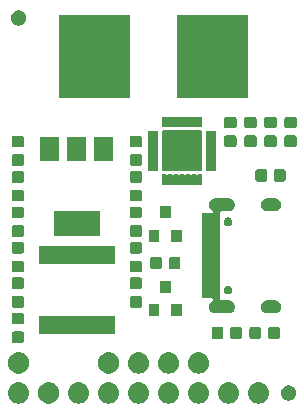
<source format=gts>
G04 #@! TF.GenerationSoftware,KiCad,Pcbnew,5.0.2+dfsg1-1*
G04 #@! TF.CreationDate,2020-10-18T19:03:35+02:00*
G04 #@! TF.ProjectId,edgedriver,65646765-6472-4697-9665-722e6b696361,rev?*
G04 #@! TF.SameCoordinates,Original*
G04 #@! TF.FileFunction,Soldermask,Top*
G04 #@! TF.FilePolarity,Negative*
%FSLAX46Y46*%
G04 Gerber Fmt 4.6, Leading zero omitted, Abs format (unit mm)*
G04 Created by KiCad (PCBNEW 5.0.2+dfsg1-1) date Sun 18 Oct 2020 07:03:35 PM CEST*
%MOMM*%
%LPD*%
G01*
G04 APERTURE LIST*
%ADD10C,0.100000*%
G04 APERTURE END LIST*
D10*
G36*
X9000442Y894482D02*
X9066627Y887963D01*
X9179853Y853616D01*
X9236467Y836443D01*
X9375087Y762348D01*
X9392991Y752778D01*
X9428729Y723448D01*
X9530186Y640186D01*
X9613448Y538729D01*
X9642778Y502991D01*
X9642779Y502989D01*
X9726443Y346467D01*
X9726443Y346466D01*
X9777963Y176627D01*
X9795359Y0D01*
X9777963Y-176627D01*
X9774028Y-189598D01*
X9726443Y-346467D01*
X9690156Y-414354D01*
X9642778Y-502991D01*
X9641221Y-504888D01*
X9530186Y-640186D01*
X9457480Y-699853D01*
X9392991Y-752778D01*
X9392989Y-752779D01*
X9236467Y-836443D01*
X9179853Y-853616D01*
X9066627Y-887963D01*
X9000442Y-894482D01*
X8934260Y-901000D01*
X8845740Y-901000D01*
X8779558Y-894482D01*
X8713373Y-887963D01*
X8600147Y-853616D01*
X8543533Y-836443D01*
X8387011Y-752779D01*
X8387009Y-752778D01*
X8322520Y-699853D01*
X8249814Y-640186D01*
X8138779Y-504888D01*
X8137222Y-502991D01*
X8089844Y-414354D01*
X8053557Y-346467D01*
X8005972Y-189598D01*
X8002037Y-176627D01*
X7984641Y0D01*
X8002037Y176627D01*
X8053557Y346466D01*
X8053557Y346467D01*
X8137221Y502989D01*
X8137222Y502991D01*
X8166552Y538729D01*
X8249814Y640186D01*
X8351271Y723448D01*
X8387009Y752778D01*
X8404913Y762348D01*
X8543533Y836443D01*
X8600147Y853616D01*
X8713373Y887963D01*
X8779558Y894482D01*
X8845740Y901000D01*
X8934260Y901000D01*
X9000442Y894482D01*
X9000442Y894482D01*
G37*
G36*
X6460442Y894482D02*
X6526627Y887963D01*
X6639853Y853616D01*
X6696467Y836443D01*
X6835087Y762348D01*
X6852991Y752778D01*
X6888729Y723448D01*
X6990186Y640186D01*
X7073448Y538729D01*
X7102778Y502991D01*
X7102779Y502989D01*
X7186443Y346467D01*
X7186443Y346466D01*
X7237963Y176627D01*
X7255359Y0D01*
X7237963Y-176627D01*
X7234028Y-189598D01*
X7186443Y-346467D01*
X7150156Y-414354D01*
X7102778Y-502991D01*
X7101221Y-504888D01*
X6990186Y-640186D01*
X6917480Y-699853D01*
X6852991Y-752778D01*
X6852989Y-752779D01*
X6696467Y-836443D01*
X6639853Y-853616D01*
X6526627Y-887963D01*
X6460442Y-894482D01*
X6394260Y-901000D01*
X6305740Y-901000D01*
X6239558Y-894482D01*
X6173373Y-887963D01*
X6060147Y-853616D01*
X6003533Y-836443D01*
X5847011Y-752779D01*
X5847009Y-752778D01*
X5782520Y-699853D01*
X5709814Y-640186D01*
X5598779Y-504888D01*
X5597222Y-502991D01*
X5549844Y-414354D01*
X5513557Y-346467D01*
X5465972Y-189598D01*
X5462037Y-176627D01*
X5444641Y0D01*
X5462037Y176627D01*
X5513557Y346466D01*
X5513557Y346467D01*
X5597221Y502989D01*
X5597222Y502991D01*
X5626552Y538729D01*
X5709814Y640186D01*
X5811271Y723448D01*
X5847009Y752778D01*
X5864913Y762348D01*
X6003533Y836443D01*
X6060147Y853616D01*
X6173373Y887963D01*
X6239558Y894482D01*
X6305740Y901000D01*
X6394260Y901000D01*
X6460442Y894482D01*
X6460442Y894482D01*
G37*
G36*
X3920442Y894482D02*
X3986627Y887963D01*
X4099853Y853616D01*
X4156467Y836443D01*
X4295087Y762348D01*
X4312991Y752778D01*
X4348729Y723448D01*
X4450186Y640186D01*
X4533448Y538729D01*
X4562778Y502991D01*
X4562779Y502989D01*
X4646443Y346467D01*
X4646443Y346466D01*
X4697963Y176627D01*
X4715359Y0D01*
X4697963Y-176627D01*
X4694028Y-189598D01*
X4646443Y-346467D01*
X4610156Y-414354D01*
X4562778Y-502991D01*
X4561221Y-504888D01*
X4450186Y-640186D01*
X4377480Y-699853D01*
X4312991Y-752778D01*
X4312989Y-752779D01*
X4156467Y-836443D01*
X4099853Y-853616D01*
X3986627Y-887963D01*
X3920442Y-894482D01*
X3854260Y-901000D01*
X3765740Y-901000D01*
X3699558Y-894482D01*
X3633373Y-887963D01*
X3520147Y-853616D01*
X3463533Y-836443D01*
X3307011Y-752779D01*
X3307009Y-752778D01*
X3242520Y-699853D01*
X3169814Y-640186D01*
X3058779Y-504888D01*
X3057222Y-502991D01*
X3009844Y-414354D01*
X2973557Y-346467D01*
X2925972Y-189598D01*
X2922037Y-176627D01*
X2904641Y0D01*
X2922037Y176627D01*
X2973557Y346466D01*
X2973557Y346467D01*
X3057221Y502989D01*
X3057222Y502991D01*
X3086552Y538729D01*
X3169814Y640186D01*
X3271271Y723448D01*
X3307009Y752778D01*
X3324913Y762348D01*
X3463533Y836443D01*
X3520147Y853616D01*
X3633373Y887963D01*
X3699558Y894482D01*
X3765740Y901000D01*
X3854260Y901000D01*
X3920442Y894482D01*
X3920442Y894482D01*
G37*
G36*
X1380442Y894482D02*
X1446627Y887963D01*
X1559853Y853616D01*
X1616467Y836443D01*
X1755087Y762348D01*
X1772991Y752778D01*
X1808729Y723448D01*
X1910186Y640186D01*
X1993448Y538729D01*
X2022778Y502991D01*
X2022779Y502989D01*
X2106443Y346467D01*
X2106443Y346466D01*
X2157963Y176627D01*
X2175359Y0D01*
X2157963Y-176627D01*
X2154028Y-189598D01*
X2106443Y-346467D01*
X2070156Y-414354D01*
X2022778Y-502991D01*
X2021221Y-504888D01*
X1910186Y-640186D01*
X1837480Y-699853D01*
X1772991Y-752778D01*
X1772989Y-752779D01*
X1616467Y-836443D01*
X1559853Y-853616D01*
X1446627Y-887963D01*
X1380442Y-894482D01*
X1314260Y-901000D01*
X1225740Y-901000D01*
X1159558Y-894482D01*
X1093373Y-887963D01*
X980147Y-853616D01*
X923533Y-836443D01*
X767011Y-752779D01*
X767009Y-752778D01*
X702520Y-699853D01*
X629814Y-640186D01*
X518779Y-504888D01*
X517222Y-502991D01*
X469844Y-414354D01*
X433557Y-346467D01*
X385972Y-189598D01*
X382037Y-176627D01*
X364641Y0D01*
X382037Y176627D01*
X433557Y346466D01*
X433557Y346467D01*
X517221Y502989D01*
X517222Y502991D01*
X546552Y538729D01*
X629814Y640186D01*
X731271Y723448D01*
X767009Y752778D01*
X784913Y762348D01*
X923533Y836443D01*
X980147Y853616D01*
X1093373Y887963D01*
X1159558Y894482D01*
X1225740Y901000D01*
X1314260Y901000D01*
X1380442Y894482D01*
X1380442Y894482D01*
G37*
G36*
X-1159558Y894482D02*
X-1093373Y887963D01*
X-980147Y853616D01*
X-923533Y836443D01*
X-784913Y762348D01*
X-767009Y752778D01*
X-731271Y723448D01*
X-629814Y640186D01*
X-546552Y538729D01*
X-517222Y502991D01*
X-517221Y502989D01*
X-433557Y346467D01*
X-433557Y346466D01*
X-382037Y176627D01*
X-364641Y0D01*
X-382037Y-176627D01*
X-385972Y-189598D01*
X-433557Y-346467D01*
X-469844Y-414354D01*
X-517222Y-502991D01*
X-518779Y-504888D01*
X-629814Y-640186D01*
X-702520Y-699853D01*
X-767009Y-752778D01*
X-767011Y-752779D01*
X-923533Y-836443D01*
X-980147Y-853616D01*
X-1093373Y-887963D01*
X-1159558Y-894482D01*
X-1225740Y-901000D01*
X-1314260Y-901000D01*
X-1380442Y-894482D01*
X-1446627Y-887963D01*
X-1559853Y-853616D01*
X-1616467Y-836443D01*
X-1772989Y-752779D01*
X-1772991Y-752778D01*
X-1837480Y-699853D01*
X-1910186Y-640186D01*
X-2021221Y-504888D01*
X-2022778Y-502991D01*
X-2070156Y-414354D01*
X-2106443Y-346467D01*
X-2154028Y-189598D01*
X-2157963Y-176627D01*
X-2175359Y0D01*
X-2157963Y176627D01*
X-2106443Y346466D01*
X-2106443Y346467D01*
X-2022779Y502989D01*
X-2022778Y502991D01*
X-1993448Y538729D01*
X-1910186Y640186D01*
X-1808729Y723448D01*
X-1772991Y752778D01*
X-1755087Y762348D01*
X-1616467Y836443D01*
X-1559853Y853616D01*
X-1446627Y887963D01*
X-1380442Y894482D01*
X-1314260Y901000D01*
X-1225740Y901000D01*
X-1159558Y894482D01*
X-1159558Y894482D01*
G37*
G36*
X-6239558Y894482D02*
X-6173373Y887963D01*
X-6060147Y853616D01*
X-6003533Y836443D01*
X-5864913Y762348D01*
X-5847009Y752778D01*
X-5811271Y723448D01*
X-5709814Y640186D01*
X-5626552Y538729D01*
X-5597222Y502991D01*
X-5597221Y502989D01*
X-5513557Y346467D01*
X-5513557Y346466D01*
X-5462037Y176627D01*
X-5444641Y0D01*
X-5462037Y-176627D01*
X-5465972Y-189598D01*
X-5513557Y-346467D01*
X-5549844Y-414354D01*
X-5597222Y-502991D01*
X-5598779Y-504888D01*
X-5709814Y-640186D01*
X-5782520Y-699853D01*
X-5847009Y-752778D01*
X-5847011Y-752779D01*
X-6003533Y-836443D01*
X-6060147Y-853616D01*
X-6173373Y-887963D01*
X-6239558Y-894482D01*
X-6305740Y-901000D01*
X-6394260Y-901000D01*
X-6460442Y-894482D01*
X-6526627Y-887963D01*
X-6639853Y-853616D01*
X-6696467Y-836443D01*
X-6852989Y-752779D01*
X-6852991Y-752778D01*
X-6917480Y-699853D01*
X-6990186Y-640186D01*
X-7101221Y-504888D01*
X-7102778Y-502991D01*
X-7150156Y-414354D01*
X-7186443Y-346467D01*
X-7234028Y-189598D01*
X-7237963Y-176627D01*
X-7255359Y0D01*
X-7237963Y176627D01*
X-7186443Y346466D01*
X-7186443Y346467D01*
X-7102779Y502989D01*
X-7102778Y502991D01*
X-7073448Y538729D01*
X-6990186Y640186D01*
X-6888729Y723448D01*
X-6852991Y752778D01*
X-6835087Y762348D01*
X-6696467Y836443D01*
X-6639853Y853616D01*
X-6526627Y887963D01*
X-6460442Y894482D01*
X-6394260Y901000D01*
X-6305740Y901000D01*
X-6239558Y894482D01*
X-6239558Y894482D01*
G37*
G36*
X-8627188Y866376D02*
X-8463216Y798456D01*
X-8315646Y699853D01*
X-8190147Y574354D01*
X-8091544Y426784D01*
X-8023624Y262812D01*
X-7989000Y88741D01*
X-7989000Y-88741D01*
X-8023624Y-262812D01*
X-8091544Y-426784D01*
X-8190147Y-574354D01*
X-8315646Y-699853D01*
X-8463216Y-798456D01*
X-8627188Y-866376D01*
X-8801259Y-901000D01*
X-8978741Y-901000D01*
X-9152812Y-866376D01*
X-9316784Y-798456D01*
X-9464354Y-699853D01*
X-9589853Y-574354D01*
X-9688456Y-426784D01*
X-9756376Y-262812D01*
X-9791000Y-88741D01*
X-9791000Y88741D01*
X-9756376Y262812D01*
X-9688456Y426784D01*
X-9589853Y574354D01*
X-9464354Y699853D01*
X-9316784Y798456D01*
X-9152812Y866376D01*
X-8978741Y901000D01*
X-8801259Y901000D01*
X-8627188Y866376D01*
X-8627188Y866376D01*
G37*
G36*
X-11319558Y894482D02*
X-11253373Y887963D01*
X-11140147Y853616D01*
X-11083533Y836443D01*
X-10944913Y762348D01*
X-10927009Y752778D01*
X-10891271Y723448D01*
X-10789814Y640186D01*
X-10706552Y538729D01*
X-10677222Y502991D01*
X-10677221Y502989D01*
X-10593557Y346467D01*
X-10593557Y346466D01*
X-10542037Y176627D01*
X-10524641Y0D01*
X-10542037Y-176627D01*
X-10545972Y-189598D01*
X-10593557Y-346467D01*
X-10629844Y-414354D01*
X-10677222Y-502991D01*
X-10678779Y-504888D01*
X-10789814Y-640186D01*
X-10862520Y-699853D01*
X-10927009Y-752778D01*
X-10927011Y-752779D01*
X-11083533Y-836443D01*
X-11140147Y-853616D01*
X-11253373Y-887963D01*
X-11319558Y-894482D01*
X-11385740Y-901000D01*
X-11474260Y-901000D01*
X-11540442Y-894482D01*
X-11606627Y-887963D01*
X-11719853Y-853616D01*
X-11776467Y-836443D01*
X-11932989Y-752779D01*
X-11932991Y-752778D01*
X-11997480Y-699853D01*
X-12070186Y-640186D01*
X-12181221Y-504888D01*
X-12182778Y-502991D01*
X-12230156Y-414354D01*
X-12266443Y-346467D01*
X-12314028Y-189598D01*
X-12317963Y-176627D01*
X-12335359Y0D01*
X-12317963Y176627D01*
X-12266443Y346466D01*
X-12266443Y346467D01*
X-12182779Y502989D01*
X-12182778Y502991D01*
X-12153448Y538729D01*
X-12070186Y640186D01*
X-11968729Y723448D01*
X-11932991Y752778D01*
X-11915087Y762348D01*
X-11776467Y836443D01*
X-11719853Y853616D01*
X-11606627Y887963D01*
X-11540442Y894482D01*
X-11474260Y901000D01*
X-11385740Y901000D01*
X-11319558Y894482D01*
X-11319558Y894482D01*
G37*
G36*
X-3699558Y894482D02*
X-3633373Y887963D01*
X-3520147Y853616D01*
X-3463533Y836443D01*
X-3324913Y762348D01*
X-3307009Y752778D01*
X-3271271Y723448D01*
X-3169814Y640186D01*
X-3086552Y538729D01*
X-3057222Y502991D01*
X-3057221Y502989D01*
X-2973557Y346467D01*
X-2973557Y346466D01*
X-2922037Y176627D01*
X-2904641Y0D01*
X-2922037Y-176627D01*
X-2925972Y-189598D01*
X-2973557Y-346467D01*
X-3009844Y-414354D01*
X-3057222Y-502991D01*
X-3058779Y-504888D01*
X-3169814Y-640186D01*
X-3242520Y-699853D01*
X-3307009Y-752778D01*
X-3307011Y-752779D01*
X-3463533Y-836443D01*
X-3520147Y-853616D01*
X-3633373Y-887963D01*
X-3699558Y-894482D01*
X-3765740Y-901000D01*
X-3854260Y-901000D01*
X-3920442Y-894482D01*
X-3986627Y-887963D01*
X-4099853Y-853616D01*
X-4156467Y-836443D01*
X-4312989Y-752779D01*
X-4312991Y-752778D01*
X-4377480Y-699853D01*
X-4450186Y-640186D01*
X-4561221Y-504888D01*
X-4562778Y-502991D01*
X-4610156Y-414354D01*
X-4646443Y-346467D01*
X-4694028Y-189598D01*
X-4697963Y-176627D01*
X-4715359Y0D01*
X-4697963Y176627D01*
X-4646443Y346466D01*
X-4646443Y346467D01*
X-4562779Y502989D01*
X-4562778Y502991D01*
X-4533448Y538729D01*
X-4450186Y640186D01*
X-4348729Y723448D01*
X-4312991Y752778D01*
X-4295087Y762348D01*
X-4156467Y836443D01*
X-4099853Y853616D01*
X-3986627Y887963D01*
X-3920442Y894482D01*
X-3854260Y901000D01*
X-3765740Y901000D01*
X-3699558Y894482D01*
X-3699558Y894482D01*
G37*
G36*
X11577738Y633347D02*
X11619598Y625021D01*
X11654245Y610670D01*
X11737890Y576023D01*
X11844354Y504886D01*
X11934886Y414354D01*
X12006023Y307890D01*
X12055021Y189597D01*
X12080000Y64021D01*
X12080000Y-64021D01*
X12055021Y-189597D01*
X12006023Y-307890D01*
X11934886Y-414354D01*
X11844354Y-504886D01*
X11737890Y-576023D01*
X11654245Y-610670D01*
X11619598Y-625021D01*
X11577738Y-633347D01*
X11494021Y-650000D01*
X11365979Y-650000D01*
X11282262Y-633347D01*
X11240402Y-625021D01*
X11205755Y-610670D01*
X11122110Y-576023D01*
X11015646Y-504886D01*
X10925114Y-414354D01*
X10853977Y-307890D01*
X10804979Y-189597D01*
X10780000Y-64021D01*
X10780000Y64021D01*
X10804979Y189597D01*
X10853977Y307890D01*
X10925114Y414354D01*
X11015646Y504886D01*
X11122110Y576023D01*
X11205755Y610670D01*
X11240402Y625021D01*
X11282262Y633347D01*
X11365979Y650000D01*
X11494021Y650000D01*
X11577738Y633347D01*
X11577738Y633347D01*
G37*
G36*
X3920443Y3434481D02*
X3986627Y3427963D01*
X4099853Y3393616D01*
X4156467Y3376443D01*
X4295087Y3302348D01*
X4312991Y3292778D01*
X4348729Y3263448D01*
X4450186Y3180186D01*
X4533448Y3078729D01*
X4562778Y3042991D01*
X4562779Y3042989D01*
X4646443Y2886467D01*
X4646443Y2886466D01*
X4697963Y2716627D01*
X4715359Y2540000D01*
X4697963Y2363373D01*
X4671819Y2277188D01*
X4646443Y2193533D01*
X4603513Y2113218D01*
X4562778Y2037009D01*
X4533448Y2001271D01*
X4450186Y1899814D01*
X4377480Y1840147D01*
X4312991Y1787222D01*
X4312989Y1787221D01*
X4156467Y1703557D01*
X4099853Y1686384D01*
X3986627Y1652037D01*
X3920443Y1645519D01*
X3854260Y1639000D01*
X3765740Y1639000D01*
X3699557Y1645519D01*
X3633373Y1652037D01*
X3520147Y1686384D01*
X3463533Y1703557D01*
X3307011Y1787221D01*
X3307009Y1787222D01*
X3242520Y1840147D01*
X3169814Y1899814D01*
X3086552Y2001271D01*
X3057222Y2037009D01*
X3016487Y2113218D01*
X2973557Y2193533D01*
X2948181Y2277188D01*
X2922037Y2363373D01*
X2904641Y2540000D01*
X2922037Y2716627D01*
X2973557Y2886466D01*
X2973557Y2886467D01*
X3057221Y3042989D01*
X3057222Y3042991D01*
X3086552Y3078729D01*
X3169814Y3180186D01*
X3271271Y3263448D01*
X3307009Y3292778D01*
X3324913Y3302348D01*
X3463533Y3376443D01*
X3520147Y3393616D01*
X3633373Y3427963D01*
X3699557Y3434481D01*
X3765740Y3441000D01*
X3854260Y3441000D01*
X3920443Y3434481D01*
X3920443Y3434481D01*
G37*
G36*
X-3547188Y3406376D02*
X-3383216Y3338456D01*
X-3235646Y3239853D01*
X-3110147Y3114354D01*
X-3011544Y2966784D01*
X-2943624Y2802812D01*
X-2909000Y2628741D01*
X-2909000Y2451259D01*
X-2943624Y2277188D01*
X-3011544Y2113216D01*
X-3110147Y1965646D01*
X-3235646Y1840147D01*
X-3383216Y1741544D01*
X-3547188Y1673624D01*
X-3721259Y1639000D01*
X-3898741Y1639000D01*
X-4072812Y1673624D01*
X-4236784Y1741544D01*
X-4384354Y1840147D01*
X-4509853Y1965646D01*
X-4608456Y2113216D01*
X-4676376Y2277188D01*
X-4711000Y2451259D01*
X-4711000Y2628741D01*
X-4676376Y2802812D01*
X-4608456Y2966784D01*
X-4509853Y3114354D01*
X-4384354Y3239853D01*
X-4236784Y3338456D01*
X-4072812Y3406376D01*
X-3898741Y3441000D01*
X-3721259Y3441000D01*
X-3547188Y3406376D01*
X-3547188Y3406376D01*
G37*
G36*
X-1159557Y3434481D02*
X-1093373Y3427963D01*
X-980147Y3393616D01*
X-923533Y3376443D01*
X-784913Y3302348D01*
X-767009Y3292778D01*
X-731271Y3263448D01*
X-629814Y3180186D01*
X-546552Y3078729D01*
X-517222Y3042991D01*
X-517221Y3042989D01*
X-433557Y2886467D01*
X-433557Y2886466D01*
X-382037Y2716627D01*
X-364641Y2540000D01*
X-382037Y2363373D01*
X-408181Y2277188D01*
X-433557Y2193533D01*
X-476487Y2113218D01*
X-517222Y2037009D01*
X-546552Y2001271D01*
X-629814Y1899814D01*
X-702520Y1840147D01*
X-767009Y1787222D01*
X-767011Y1787221D01*
X-923533Y1703557D01*
X-980147Y1686384D01*
X-1093373Y1652037D01*
X-1159557Y1645519D01*
X-1225740Y1639000D01*
X-1314260Y1639000D01*
X-1380443Y1645519D01*
X-1446627Y1652037D01*
X-1559853Y1686384D01*
X-1616467Y1703557D01*
X-1772989Y1787221D01*
X-1772991Y1787222D01*
X-1837480Y1840147D01*
X-1910186Y1899814D01*
X-1993448Y2001271D01*
X-2022778Y2037009D01*
X-2063513Y2113218D01*
X-2106443Y2193533D01*
X-2131819Y2277188D01*
X-2157963Y2363373D01*
X-2175359Y2540000D01*
X-2157963Y2716627D01*
X-2106443Y2886466D01*
X-2106443Y2886467D01*
X-2022779Y3042989D01*
X-2022778Y3042991D01*
X-1993448Y3078729D01*
X-1910186Y3180186D01*
X-1808729Y3263448D01*
X-1772991Y3292778D01*
X-1755087Y3302348D01*
X-1616467Y3376443D01*
X-1559853Y3393616D01*
X-1446627Y3427963D01*
X-1380443Y3434481D01*
X-1314260Y3441000D01*
X-1225740Y3441000D01*
X-1159557Y3434481D01*
X-1159557Y3434481D01*
G37*
G36*
X-11167188Y3406376D02*
X-11003216Y3338456D01*
X-10855646Y3239853D01*
X-10730147Y3114354D01*
X-10631544Y2966784D01*
X-10563624Y2802812D01*
X-10529000Y2628741D01*
X-10529000Y2451259D01*
X-10563624Y2277188D01*
X-10631544Y2113216D01*
X-10730147Y1965646D01*
X-10855646Y1840147D01*
X-11003216Y1741544D01*
X-11167188Y1673624D01*
X-11341259Y1639000D01*
X-11518741Y1639000D01*
X-11692812Y1673624D01*
X-11856784Y1741544D01*
X-12004354Y1840147D01*
X-12129853Y1965646D01*
X-12228456Y2113216D01*
X-12296376Y2277188D01*
X-12331000Y2451259D01*
X-12331000Y2628741D01*
X-12296376Y2802812D01*
X-12228456Y2966784D01*
X-12129853Y3114354D01*
X-12004354Y3239853D01*
X-11856784Y3338456D01*
X-11692812Y3406376D01*
X-11518741Y3441000D01*
X-11341259Y3441000D01*
X-11167188Y3406376D01*
X-11167188Y3406376D01*
G37*
G36*
X1380443Y3434481D02*
X1446627Y3427963D01*
X1559853Y3393616D01*
X1616467Y3376443D01*
X1755087Y3302348D01*
X1772991Y3292778D01*
X1808729Y3263448D01*
X1910186Y3180186D01*
X1993448Y3078729D01*
X2022778Y3042991D01*
X2022779Y3042989D01*
X2106443Y2886467D01*
X2106443Y2886466D01*
X2157963Y2716627D01*
X2175359Y2540000D01*
X2157963Y2363373D01*
X2131819Y2277188D01*
X2106443Y2193533D01*
X2063513Y2113218D01*
X2022778Y2037009D01*
X1993448Y2001271D01*
X1910186Y1899814D01*
X1837480Y1840147D01*
X1772991Y1787222D01*
X1772989Y1787221D01*
X1616467Y1703557D01*
X1559853Y1686384D01*
X1446627Y1652037D01*
X1380443Y1645519D01*
X1314260Y1639000D01*
X1225740Y1639000D01*
X1159557Y1645519D01*
X1093373Y1652037D01*
X980147Y1686384D01*
X923533Y1703557D01*
X767011Y1787221D01*
X767009Y1787222D01*
X702520Y1840147D01*
X629814Y1899814D01*
X546552Y2001271D01*
X517222Y2037009D01*
X476487Y2113218D01*
X433557Y2193533D01*
X408181Y2277188D01*
X382037Y2363373D01*
X364641Y2540000D01*
X382037Y2716627D01*
X433557Y2886466D01*
X433557Y2886467D01*
X517221Y3042989D01*
X517222Y3042991D01*
X546552Y3078729D01*
X629814Y3180186D01*
X731271Y3263448D01*
X767009Y3292778D01*
X784913Y3302348D01*
X923533Y3376443D01*
X980147Y3393616D01*
X1093373Y3427963D01*
X1159557Y3434481D01*
X1225740Y3441000D01*
X1314260Y3441000D01*
X1380443Y3434481D01*
X1380443Y3434481D01*
G37*
G36*
X-11120409Y5196915D02*
X-11086431Y5186607D01*
X-11055113Y5169867D01*
X-11027661Y5147339D01*
X-11005133Y5119887D01*
X-10988393Y5088569D01*
X-10978085Y5054591D01*
X-10974000Y5013110D01*
X-10974000Y4411890D01*
X-10978085Y4370409D01*
X-10988393Y4336431D01*
X-11005133Y4305113D01*
X-11027661Y4277661D01*
X-11055113Y4255133D01*
X-11086431Y4238393D01*
X-11120409Y4228085D01*
X-11161890Y4224000D01*
X-11838110Y4224000D01*
X-11879591Y4228085D01*
X-11913569Y4238393D01*
X-11944887Y4255133D01*
X-11972339Y4277661D01*
X-11994867Y4305113D01*
X-12011607Y4336431D01*
X-12021915Y4370409D01*
X-12026000Y4411890D01*
X-12026000Y5013110D01*
X-12021915Y5054591D01*
X-12011607Y5088569D01*
X-11994867Y5119887D01*
X-11972339Y5147339D01*
X-11944887Y5169867D01*
X-11913569Y5186607D01*
X-11879591Y5196915D01*
X-11838110Y5201000D01*
X-11161890Y5201000D01*
X-11120409Y5196915D01*
X-11120409Y5196915D01*
G37*
G36*
X8952591Y5601915D02*
X8986569Y5591607D01*
X9017887Y5574867D01*
X9045339Y5552339D01*
X9067867Y5524887D01*
X9084607Y5493569D01*
X9094915Y5459591D01*
X9099000Y5418110D01*
X9099000Y4741890D01*
X9094915Y4700409D01*
X9084607Y4666431D01*
X9067867Y4635113D01*
X9045339Y4607661D01*
X9017887Y4585133D01*
X8986569Y4568393D01*
X8952591Y4558085D01*
X8911110Y4554000D01*
X8309890Y4554000D01*
X8268409Y4558085D01*
X8234431Y4568393D01*
X8203113Y4585133D01*
X8175661Y4607661D01*
X8153133Y4635113D01*
X8136393Y4666431D01*
X8126085Y4700409D01*
X8122000Y4741890D01*
X8122000Y5418110D01*
X8126085Y5459591D01*
X8136393Y5493569D01*
X8153133Y5524887D01*
X8175661Y5552339D01*
X8203113Y5574867D01*
X8234431Y5591607D01*
X8268409Y5601915D01*
X8309890Y5606000D01*
X8911110Y5606000D01*
X8952591Y5601915D01*
X8952591Y5601915D01*
G37*
G36*
X7329591Y5601915D02*
X7363569Y5591607D01*
X7394887Y5574867D01*
X7422339Y5552339D01*
X7444867Y5524887D01*
X7461607Y5493569D01*
X7471915Y5459591D01*
X7476000Y5418110D01*
X7476000Y4741890D01*
X7471915Y4700409D01*
X7461607Y4666431D01*
X7444867Y4635113D01*
X7422339Y4607661D01*
X7394887Y4585133D01*
X7363569Y4568393D01*
X7329591Y4558085D01*
X7288110Y4554000D01*
X6686890Y4554000D01*
X6645409Y4558085D01*
X6611431Y4568393D01*
X6580113Y4585133D01*
X6552661Y4607661D01*
X6530133Y4635113D01*
X6513393Y4666431D01*
X6503085Y4700409D01*
X6499000Y4741890D01*
X6499000Y5418110D01*
X6503085Y5459591D01*
X6513393Y5493569D01*
X6530133Y5524887D01*
X6552661Y5552339D01*
X6580113Y5574867D01*
X6611431Y5591607D01*
X6645409Y5601915D01*
X6686890Y5606000D01*
X7288110Y5606000D01*
X7329591Y5601915D01*
X7329591Y5601915D01*
G37*
G36*
X5754591Y5601915D02*
X5788569Y5591607D01*
X5819887Y5574867D01*
X5847339Y5552339D01*
X5869867Y5524887D01*
X5886607Y5493569D01*
X5896915Y5459591D01*
X5901000Y5418110D01*
X5901000Y4741890D01*
X5896915Y4700409D01*
X5886607Y4666431D01*
X5869867Y4635113D01*
X5847339Y4607661D01*
X5819887Y4585133D01*
X5788569Y4568393D01*
X5754591Y4558085D01*
X5713110Y4554000D01*
X5111890Y4554000D01*
X5070409Y4558085D01*
X5036431Y4568393D01*
X5005113Y4585133D01*
X4977661Y4607661D01*
X4955133Y4635113D01*
X4938393Y4666431D01*
X4928085Y4700409D01*
X4924000Y4741890D01*
X4924000Y5418110D01*
X4928085Y5459591D01*
X4938393Y5493569D01*
X4955133Y5524887D01*
X4977661Y5552339D01*
X5005113Y5574867D01*
X5036431Y5591607D01*
X5070409Y5601915D01*
X5111890Y5606000D01*
X5713110Y5606000D01*
X5754591Y5601915D01*
X5754591Y5601915D01*
G37*
G36*
X10527591Y5601915D02*
X10561569Y5591607D01*
X10592887Y5574867D01*
X10620339Y5552339D01*
X10642867Y5524887D01*
X10659607Y5493569D01*
X10669915Y5459591D01*
X10674000Y5418110D01*
X10674000Y4741890D01*
X10669915Y4700409D01*
X10659607Y4666431D01*
X10642867Y4635113D01*
X10620339Y4607661D01*
X10592887Y4585133D01*
X10561569Y4568393D01*
X10527591Y4558085D01*
X10486110Y4554000D01*
X9884890Y4554000D01*
X9843409Y4558085D01*
X9809431Y4568393D01*
X9778113Y4585133D01*
X9750661Y4607661D01*
X9728133Y4635113D01*
X9711393Y4666431D01*
X9701085Y4700409D01*
X9697000Y4741890D01*
X9697000Y5418110D01*
X9701085Y5459591D01*
X9711393Y5493569D01*
X9728133Y5524887D01*
X9750661Y5552339D01*
X9778113Y5574867D01*
X9809431Y5591607D01*
X9843409Y5601915D01*
X9884890Y5606000D01*
X10486110Y5606000D01*
X10527591Y5601915D01*
X10527591Y5601915D01*
G37*
G36*
X-3299000Y4974000D02*
X-9701000Y4974000D01*
X-9701000Y6526000D01*
X-3299000Y6526000D01*
X-3299000Y4974000D01*
X-3299000Y4974000D01*
G37*
G36*
X-11120409Y6771915D02*
X-11086431Y6761607D01*
X-11055113Y6744867D01*
X-11027661Y6722339D01*
X-11005133Y6694887D01*
X-10988393Y6663569D01*
X-10978085Y6629591D01*
X-10974000Y6588110D01*
X-10974000Y5986890D01*
X-10978085Y5945409D01*
X-10988393Y5911431D01*
X-11005133Y5880113D01*
X-11027661Y5852661D01*
X-11055113Y5830133D01*
X-11086431Y5813393D01*
X-11120409Y5803085D01*
X-11161890Y5799000D01*
X-11838110Y5799000D01*
X-11879591Y5803085D01*
X-11913569Y5813393D01*
X-11944887Y5830133D01*
X-11972339Y5852661D01*
X-11994867Y5880113D01*
X-12011607Y5911431D01*
X-12021915Y5945409D01*
X-12026000Y5986890D01*
X-12026000Y6588110D01*
X-12021915Y6629591D01*
X-12011607Y6663569D01*
X-11994867Y6694887D01*
X-11972339Y6722339D01*
X-11944887Y6744867D01*
X-11913569Y6761607D01*
X-11879591Y6771915D01*
X-11838110Y6776000D01*
X-11161890Y6776000D01*
X-11120409Y6771915D01*
X-11120409Y6771915D01*
G37*
G36*
X2401000Y6499000D02*
X1499000Y6499000D01*
X1499000Y7501000D01*
X2401000Y7501000D01*
X2401000Y6499000D01*
X2401000Y6499000D01*
G37*
G36*
X501000Y6499000D02*
X-401000Y6499000D01*
X-401000Y7501000D01*
X501000Y7501000D01*
X501000Y6499000D01*
X501000Y6499000D01*
G37*
G36*
X6428015Y16463027D02*
X6531879Y16431521D01*
X6627600Y16380356D01*
X6711501Y16311501D01*
X6780356Y16227600D01*
X6831521Y16131879D01*
X6863027Y16028015D01*
X6873666Y15920000D01*
X6863027Y15811985D01*
X6831521Y15708121D01*
X6780356Y15612400D01*
X6711501Y15528499D01*
X6627600Y15459644D01*
X6531879Y15408479D01*
X6428015Y15376973D01*
X6347067Y15369000D01*
X5756000Y15369000D01*
X5731614Y15366598D01*
X5708165Y15359485D01*
X5686554Y15347934D01*
X5667612Y15332388D01*
X5652066Y15313446D01*
X5640515Y15291835D01*
X5633402Y15268386D01*
X5631000Y15244000D01*
X5631000Y7956000D01*
X5633402Y7931614D01*
X5640515Y7908165D01*
X5652066Y7886554D01*
X5667612Y7867612D01*
X5686554Y7852066D01*
X5708165Y7840515D01*
X5731614Y7833402D01*
X5756000Y7831000D01*
X6347067Y7831000D01*
X6428015Y7823027D01*
X6531879Y7791521D01*
X6627600Y7740356D01*
X6711501Y7671501D01*
X6780356Y7587600D01*
X6831521Y7491879D01*
X6863027Y7388015D01*
X6873666Y7280000D01*
X6863027Y7171985D01*
X6831521Y7068121D01*
X6780356Y6972400D01*
X6711501Y6888499D01*
X6627600Y6819644D01*
X6531879Y6768479D01*
X6428015Y6736973D01*
X6347067Y6729000D01*
X5192933Y6729000D01*
X5111985Y6736973D01*
X5008121Y6768479D01*
X4912400Y6819644D01*
X4828499Y6888499D01*
X4759644Y6972400D01*
X4708479Y7068121D01*
X4676973Y7171985D01*
X4666334Y7280000D01*
X4676973Y7388015D01*
X4708479Y7491879D01*
X4759644Y7587600D01*
X4828499Y7671501D01*
X4912400Y7740356D01*
X4956195Y7763766D01*
X4976561Y7777374D01*
X4993889Y7794701D01*
X5007502Y7815076D01*
X5016880Y7837715D01*
X5021660Y7861748D01*
X5021660Y7886252D01*
X5016879Y7910286D01*
X5007502Y7932925D01*
X4993888Y7953299D01*
X4976561Y7970627D01*
X4956186Y7984240D01*
X4933547Y7993618D01*
X4897262Y7999000D01*
X4079000Y7999000D01*
X4079000Y15201000D01*
X4897262Y15201000D01*
X4921648Y15203402D01*
X4945097Y15210515D01*
X4966708Y15222066D01*
X4985650Y15237612D01*
X5001196Y15256554D01*
X5012747Y15278165D01*
X5019860Y15301614D01*
X5022262Y15326000D01*
X5019860Y15350386D01*
X5012747Y15373835D01*
X5001196Y15395446D01*
X4985650Y15414388D01*
X4956192Y15436236D01*
X4912400Y15459644D01*
X4828499Y15528499D01*
X4759644Y15612400D01*
X4708479Y15708121D01*
X4676973Y15811985D01*
X4666334Y15920000D01*
X4676973Y16028015D01*
X4708479Y16131879D01*
X4759644Y16227600D01*
X4828499Y16311501D01*
X4912400Y16380356D01*
X5008121Y16431521D01*
X5111985Y16463027D01*
X5192933Y16471000D01*
X6347067Y16471000D01*
X6428015Y16463027D01*
X6428015Y16463027D01*
G37*
G36*
X10358015Y7823027D02*
X10461879Y7791521D01*
X10557600Y7740356D01*
X10641501Y7671501D01*
X10710356Y7587600D01*
X10761521Y7491879D01*
X10793027Y7388015D01*
X10803666Y7280000D01*
X10793027Y7171985D01*
X10761521Y7068121D01*
X10710356Y6972400D01*
X10641501Y6888499D01*
X10557600Y6819644D01*
X10461879Y6768479D01*
X10358015Y6736973D01*
X10277067Y6729000D01*
X9622933Y6729000D01*
X9541985Y6736973D01*
X9438121Y6768479D01*
X9342400Y6819644D01*
X9258499Y6888499D01*
X9189644Y6972400D01*
X9138479Y7068121D01*
X9106973Y7171985D01*
X9096334Y7280000D01*
X9106973Y7388015D01*
X9138479Y7491879D01*
X9189644Y7587600D01*
X9258499Y7671501D01*
X9342400Y7740356D01*
X9438121Y7791521D01*
X9541985Y7823027D01*
X9622933Y7831000D01*
X10277067Y7831000D01*
X10358015Y7823027D01*
X10358015Y7823027D01*
G37*
G36*
X-11120409Y8196915D02*
X-11086431Y8186607D01*
X-11055113Y8169867D01*
X-11027661Y8147339D01*
X-11005133Y8119887D01*
X-10988393Y8088569D01*
X-10978085Y8054591D01*
X-10974000Y8013110D01*
X-10974000Y7411890D01*
X-10978085Y7370409D01*
X-10988393Y7336431D01*
X-11005133Y7305113D01*
X-11027661Y7277661D01*
X-11055113Y7255133D01*
X-11086431Y7238393D01*
X-11120409Y7228085D01*
X-11161890Y7224000D01*
X-11838110Y7224000D01*
X-11879591Y7228085D01*
X-11913569Y7238393D01*
X-11944887Y7255133D01*
X-11972339Y7277661D01*
X-11994867Y7305113D01*
X-12011607Y7336431D01*
X-12021915Y7370409D01*
X-12026000Y7411890D01*
X-12026000Y8013110D01*
X-12021915Y8054591D01*
X-12011607Y8088569D01*
X-11994867Y8119887D01*
X-11972339Y8147339D01*
X-11944887Y8169867D01*
X-11913569Y8186607D01*
X-11879591Y8196915D01*
X-11838110Y8201000D01*
X-11161890Y8201000D01*
X-11120409Y8196915D01*
X-11120409Y8196915D01*
G37*
G36*
X-1120409Y8196915D02*
X-1086431Y8186607D01*
X-1055113Y8169867D01*
X-1027661Y8147339D01*
X-1005133Y8119887D01*
X-988393Y8088569D01*
X-978085Y8054591D01*
X-974000Y8013110D01*
X-974000Y7411890D01*
X-978085Y7370409D01*
X-988393Y7336431D01*
X-1005133Y7305113D01*
X-1027661Y7277661D01*
X-1055113Y7255133D01*
X-1086431Y7238393D01*
X-1120409Y7228085D01*
X-1161890Y7224000D01*
X-1838110Y7224000D01*
X-1879591Y7228085D01*
X-1913569Y7238393D01*
X-1944887Y7255133D01*
X-1972339Y7277661D01*
X-1994867Y7305113D01*
X-2011607Y7336431D01*
X-2021915Y7370409D01*
X-2026000Y7411890D01*
X-2026000Y8013110D01*
X-2021915Y8054591D01*
X-2011607Y8088569D01*
X-1994867Y8119887D01*
X-1972339Y8147339D01*
X-1944887Y8169867D01*
X-1913569Y8186607D01*
X-1879591Y8196915D01*
X-1838110Y8201000D01*
X-1161890Y8201000D01*
X-1120409Y8196915D01*
X-1120409Y8196915D01*
G37*
G36*
X6409672Y9071551D02*
X6409674Y9071550D01*
X6409675Y9071550D01*
X6478103Y9043207D01*
X6539409Y9002243D01*
X6539689Y9002056D01*
X6592056Y8949689D01*
X6592058Y8949686D01*
X6633207Y8888103D01*
X6647887Y8852661D01*
X6661551Y8819672D01*
X6664850Y8803085D01*
X6676000Y8747033D01*
X6676000Y8672967D01*
X6661550Y8600325D01*
X6633207Y8531897D01*
X6592243Y8470591D01*
X6592056Y8470311D01*
X6539689Y8417944D01*
X6539686Y8417942D01*
X6478103Y8376793D01*
X6409675Y8348450D01*
X6409674Y8348450D01*
X6409672Y8348449D01*
X6337034Y8334000D01*
X6262966Y8334000D01*
X6190328Y8348449D01*
X6190326Y8348450D01*
X6190325Y8348450D01*
X6121897Y8376793D01*
X6060314Y8417942D01*
X6060311Y8417944D01*
X6007944Y8470311D01*
X6007757Y8470591D01*
X5966793Y8531897D01*
X5938450Y8600325D01*
X5924000Y8672967D01*
X5924000Y8747033D01*
X5935150Y8803085D01*
X5938449Y8819672D01*
X5952113Y8852661D01*
X5966793Y8888103D01*
X6007942Y8949686D01*
X6007944Y8949689D01*
X6060311Y9002056D01*
X6060591Y9002243D01*
X6121897Y9043207D01*
X6190325Y9071550D01*
X6190326Y9071550D01*
X6190328Y9071551D01*
X6262966Y9086000D01*
X6337034Y9086000D01*
X6409672Y9071551D01*
X6409672Y9071551D01*
G37*
G36*
X1451000Y8499000D02*
X549000Y8499000D01*
X549000Y9501000D01*
X1451000Y9501000D01*
X1451000Y8499000D01*
X1451000Y8499000D01*
G37*
G36*
X-11120409Y9771915D02*
X-11086431Y9761607D01*
X-11055113Y9744867D01*
X-11027661Y9722339D01*
X-11005133Y9694887D01*
X-10988393Y9663569D01*
X-10978085Y9629591D01*
X-10974000Y9588110D01*
X-10974000Y8986890D01*
X-10978085Y8945409D01*
X-10988393Y8911431D01*
X-11005133Y8880113D01*
X-11027661Y8852661D01*
X-11055113Y8830133D01*
X-11086431Y8813393D01*
X-11120409Y8803085D01*
X-11161890Y8799000D01*
X-11838110Y8799000D01*
X-11879591Y8803085D01*
X-11913569Y8813393D01*
X-11944887Y8830133D01*
X-11972339Y8852661D01*
X-11994867Y8880113D01*
X-12011607Y8911431D01*
X-12021915Y8945409D01*
X-12026000Y8986890D01*
X-12026000Y9588110D01*
X-12021915Y9629591D01*
X-12011607Y9663569D01*
X-11994867Y9694887D01*
X-11972339Y9722339D01*
X-11944887Y9744867D01*
X-11913569Y9761607D01*
X-11879591Y9771915D01*
X-11838110Y9776000D01*
X-11161890Y9776000D01*
X-11120409Y9771915D01*
X-11120409Y9771915D01*
G37*
G36*
X-1120409Y9771915D02*
X-1086431Y9761607D01*
X-1055113Y9744867D01*
X-1027661Y9722339D01*
X-1005133Y9694887D01*
X-988393Y9663569D01*
X-978085Y9629591D01*
X-974000Y9588110D01*
X-974000Y8986890D01*
X-978085Y8945409D01*
X-988393Y8911431D01*
X-1005133Y8880113D01*
X-1027661Y8852661D01*
X-1055113Y8830133D01*
X-1086431Y8813393D01*
X-1120409Y8803085D01*
X-1161890Y8799000D01*
X-1838110Y8799000D01*
X-1879591Y8803085D01*
X-1913569Y8813393D01*
X-1944887Y8830133D01*
X-1972339Y8852661D01*
X-1994867Y8880113D01*
X-2011607Y8911431D01*
X-2021915Y8945409D01*
X-2026000Y8986890D01*
X-2026000Y9588110D01*
X-2021915Y9629591D01*
X-2011607Y9663569D01*
X-1994867Y9694887D01*
X-1972339Y9722339D01*
X-1944887Y9744867D01*
X-1913569Y9761607D01*
X-1879591Y9771915D01*
X-1838110Y9776000D01*
X-1161890Y9776000D01*
X-1120409Y9771915D01*
X-1120409Y9771915D01*
G37*
G36*
X-11120409Y11196915D02*
X-11086431Y11186607D01*
X-11055113Y11169867D01*
X-11027661Y11147339D01*
X-11005133Y11119887D01*
X-10988393Y11088569D01*
X-10978085Y11054591D01*
X-10974000Y11013110D01*
X-10974000Y10411890D01*
X-10978085Y10370409D01*
X-10988393Y10336431D01*
X-11005133Y10305113D01*
X-11027661Y10277661D01*
X-11055113Y10255133D01*
X-11086431Y10238393D01*
X-11120409Y10228085D01*
X-11161890Y10224000D01*
X-11838110Y10224000D01*
X-11879591Y10228085D01*
X-11913569Y10238393D01*
X-11944887Y10255133D01*
X-11972339Y10277661D01*
X-11994867Y10305113D01*
X-12011607Y10336431D01*
X-12021915Y10370409D01*
X-12026000Y10411890D01*
X-12026000Y11013110D01*
X-12021915Y11054591D01*
X-12011607Y11088569D01*
X-11994867Y11119887D01*
X-11972339Y11147339D01*
X-11944887Y11169867D01*
X-11913569Y11186607D01*
X-11879591Y11196915D01*
X-11838110Y11201000D01*
X-11161890Y11201000D01*
X-11120409Y11196915D01*
X-11120409Y11196915D01*
G37*
G36*
X-1120409Y11196915D02*
X-1086431Y11186607D01*
X-1055113Y11169867D01*
X-1027661Y11147339D01*
X-1005133Y11119887D01*
X-988393Y11088569D01*
X-978085Y11054591D01*
X-974000Y11013110D01*
X-974000Y10411890D01*
X-978085Y10370409D01*
X-988393Y10336431D01*
X-1005133Y10305113D01*
X-1027661Y10277661D01*
X-1055113Y10255133D01*
X-1086431Y10238393D01*
X-1120409Y10228085D01*
X-1161890Y10224000D01*
X-1838110Y10224000D01*
X-1879591Y10228085D01*
X-1913569Y10238393D01*
X-1944887Y10255133D01*
X-1972339Y10277661D01*
X-1994867Y10305113D01*
X-2011607Y10336431D01*
X-2021915Y10370409D01*
X-2026000Y10411890D01*
X-2026000Y11013110D01*
X-2021915Y11054591D01*
X-2011607Y11088569D01*
X-1994867Y11119887D01*
X-1972339Y11147339D01*
X-1944887Y11169867D01*
X-1913569Y11186607D01*
X-1879591Y11196915D01*
X-1838110Y11201000D01*
X-1161890Y11201000D01*
X-1120409Y11196915D01*
X-1120409Y11196915D01*
G37*
G36*
X2129591Y11521915D02*
X2163569Y11511607D01*
X2194887Y11494867D01*
X2222339Y11472339D01*
X2244867Y11444887D01*
X2261607Y11413569D01*
X2271915Y11379591D01*
X2276000Y11338110D01*
X2276000Y10661890D01*
X2271915Y10620409D01*
X2261607Y10586431D01*
X2244867Y10555113D01*
X2222339Y10527661D01*
X2194887Y10505133D01*
X2163569Y10488393D01*
X2129591Y10478085D01*
X2088110Y10474000D01*
X1486890Y10474000D01*
X1445409Y10478085D01*
X1411431Y10488393D01*
X1380113Y10505133D01*
X1352661Y10527661D01*
X1330133Y10555113D01*
X1313393Y10586431D01*
X1303085Y10620409D01*
X1299000Y10661890D01*
X1299000Y11338110D01*
X1303085Y11379591D01*
X1313393Y11413569D01*
X1330133Y11444887D01*
X1352661Y11472339D01*
X1380113Y11494867D01*
X1411431Y11511607D01*
X1445409Y11521915D01*
X1486890Y11526000D01*
X2088110Y11526000D01*
X2129591Y11521915D01*
X2129591Y11521915D01*
G37*
G36*
X554591Y11521915D02*
X588569Y11511607D01*
X619887Y11494867D01*
X647339Y11472339D01*
X669867Y11444887D01*
X686607Y11413569D01*
X696915Y11379591D01*
X701000Y11338110D01*
X701000Y10661890D01*
X696915Y10620409D01*
X686607Y10586431D01*
X669867Y10555113D01*
X647339Y10527661D01*
X619887Y10505133D01*
X588569Y10488393D01*
X554591Y10478085D01*
X513110Y10474000D01*
X-88110Y10474000D01*
X-129591Y10478085D01*
X-163569Y10488393D01*
X-194887Y10505133D01*
X-222339Y10527661D01*
X-244867Y10555113D01*
X-261607Y10586431D01*
X-271915Y10620409D01*
X-276000Y10661890D01*
X-276000Y11338110D01*
X-271915Y11379591D01*
X-261607Y11413569D01*
X-244867Y11444887D01*
X-222339Y11472339D01*
X-194887Y11494867D01*
X-163569Y11511607D01*
X-129591Y11521915D01*
X-88110Y11526000D01*
X513110Y11526000D01*
X554591Y11521915D01*
X554591Y11521915D01*
G37*
G36*
X-3299000Y10874000D02*
X-9701000Y10874000D01*
X-9701000Y12426000D01*
X-3299000Y12426000D01*
X-3299000Y10874000D01*
X-3299000Y10874000D01*
G37*
G36*
X-1120409Y12771915D02*
X-1086431Y12761607D01*
X-1055113Y12744867D01*
X-1027661Y12722339D01*
X-1005133Y12694887D01*
X-988393Y12663569D01*
X-978085Y12629591D01*
X-974000Y12588110D01*
X-974000Y11986890D01*
X-978085Y11945409D01*
X-988393Y11911431D01*
X-1005133Y11880113D01*
X-1027661Y11852661D01*
X-1055113Y11830133D01*
X-1086431Y11813393D01*
X-1120409Y11803085D01*
X-1161890Y11799000D01*
X-1838110Y11799000D01*
X-1879591Y11803085D01*
X-1913569Y11813393D01*
X-1944887Y11830133D01*
X-1972339Y11852661D01*
X-1994867Y11880113D01*
X-2011607Y11911431D01*
X-2021915Y11945409D01*
X-2026000Y11986890D01*
X-2026000Y12588110D01*
X-2021915Y12629591D01*
X-2011607Y12663569D01*
X-1994867Y12694887D01*
X-1972339Y12722339D01*
X-1944887Y12744867D01*
X-1913569Y12761607D01*
X-1879591Y12771915D01*
X-1838110Y12776000D01*
X-1161890Y12776000D01*
X-1120409Y12771915D01*
X-1120409Y12771915D01*
G37*
G36*
X-11120409Y12771915D02*
X-11086431Y12761607D01*
X-11055113Y12744867D01*
X-11027661Y12722339D01*
X-11005133Y12694887D01*
X-10988393Y12663569D01*
X-10978085Y12629591D01*
X-10974000Y12588110D01*
X-10974000Y11986890D01*
X-10978085Y11945409D01*
X-10988393Y11911431D01*
X-11005133Y11880113D01*
X-11027661Y11852661D01*
X-11055113Y11830133D01*
X-11086431Y11813393D01*
X-11120409Y11803085D01*
X-11161890Y11799000D01*
X-11838110Y11799000D01*
X-11879591Y11803085D01*
X-11913569Y11813393D01*
X-11944887Y11830133D01*
X-11972339Y11852661D01*
X-11994867Y11880113D01*
X-12011607Y11911431D01*
X-12021915Y11945409D01*
X-12026000Y11986890D01*
X-12026000Y12588110D01*
X-12021915Y12629591D01*
X-12011607Y12663569D01*
X-11994867Y12694887D01*
X-11972339Y12722339D01*
X-11944887Y12744867D01*
X-11913569Y12761607D01*
X-11879591Y12771915D01*
X-11838110Y12776000D01*
X-11161890Y12776000D01*
X-11120409Y12771915D01*
X-11120409Y12771915D01*
G37*
G36*
X501000Y12799000D02*
X-401000Y12799000D01*
X-401000Y13801000D01*
X501000Y13801000D01*
X501000Y12799000D01*
X501000Y12799000D01*
G37*
G36*
X2401000Y12799000D02*
X1499000Y12799000D01*
X1499000Y13801000D01*
X2401000Y13801000D01*
X2401000Y12799000D01*
X2401000Y12799000D01*
G37*
G36*
X-1120409Y14196915D02*
X-1086431Y14186607D01*
X-1055113Y14169867D01*
X-1027661Y14147339D01*
X-1005133Y14119887D01*
X-988393Y14088569D01*
X-978085Y14054591D01*
X-974000Y14013110D01*
X-974000Y13411890D01*
X-978085Y13370409D01*
X-988393Y13336431D01*
X-1005133Y13305113D01*
X-1027661Y13277661D01*
X-1055113Y13255133D01*
X-1086431Y13238393D01*
X-1120409Y13228085D01*
X-1161890Y13224000D01*
X-1838110Y13224000D01*
X-1879591Y13228085D01*
X-1913569Y13238393D01*
X-1944887Y13255133D01*
X-1972339Y13277661D01*
X-1994867Y13305113D01*
X-2011607Y13336431D01*
X-2021915Y13370409D01*
X-2026000Y13411890D01*
X-2026000Y14013110D01*
X-2021915Y14054591D01*
X-2011607Y14088569D01*
X-1994867Y14119887D01*
X-1972339Y14147339D01*
X-1944887Y14169867D01*
X-1913569Y14186607D01*
X-1879591Y14196915D01*
X-1838110Y14201000D01*
X-1161890Y14201000D01*
X-1120409Y14196915D01*
X-1120409Y14196915D01*
G37*
G36*
X-11120409Y14196915D02*
X-11086431Y14186607D01*
X-11055113Y14169867D01*
X-11027661Y14147339D01*
X-11005133Y14119887D01*
X-10988393Y14088569D01*
X-10978085Y14054591D01*
X-10974000Y14013110D01*
X-10974000Y13411890D01*
X-10978085Y13370409D01*
X-10988393Y13336431D01*
X-11005133Y13305113D01*
X-11027661Y13277661D01*
X-11055113Y13255133D01*
X-11086431Y13238393D01*
X-11120409Y13228085D01*
X-11161890Y13224000D01*
X-11838110Y13224000D01*
X-11879591Y13228085D01*
X-11913569Y13238393D01*
X-11944887Y13255133D01*
X-11972339Y13277661D01*
X-11994867Y13305113D01*
X-12011607Y13336431D01*
X-12021915Y13370409D01*
X-12026000Y13411890D01*
X-12026000Y14013110D01*
X-12021915Y14054591D01*
X-12011607Y14088569D01*
X-11994867Y14119887D01*
X-11972339Y14147339D01*
X-11944887Y14169867D01*
X-11913569Y14186607D01*
X-11879591Y14196915D01*
X-11838110Y14201000D01*
X-11161890Y14201000D01*
X-11120409Y14196915D01*
X-11120409Y14196915D01*
G37*
G36*
X-4549000Y13299000D02*
X-8451000Y13299000D01*
X-8451000Y15401000D01*
X-4549000Y15401000D01*
X-4549000Y13299000D01*
X-4549000Y13299000D01*
G37*
G36*
X6409672Y14851551D02*
X6409674Y14851550D01*
X6409675Y14851550D01*
X6478103Y14823207D01*
X6539409Y14782243D01*
X6539689Y14782056D01*
X6592056Y14729689D01*
X6592058Y14729686D01*
X6633207Y14668103D01*
X6661550Y14599675D01*
X6676000Y14527033D01*
X6676000Y14452967D01*
X6661550Y14380325D01*
X6633207Y14311897D01*
X6592243Y14250591D01*
X6592056Y14250311D01*
X6539689Y14197944D01*
X6539686Y14197942D01*
X6478103Y14156793D01*
X6409675Y14128450D01*
X6409674Y14128450D01*
X6409672Y14128449D01*
X6337034Y14114000D01*
X6262966Y14114000D01*
X6190328Y14128449D01*
X6190326Y14128450D01*
X6190325Y14128450D01*
X6121897Y14156793D01*
X6060314Y14197942D01*
X6060311Y14197944D01*
X6007944Y14250311D01*
X6007757Y14250591D01*
X5966793Y14311897D01*
X5938450Y14380325D01*
X5924000Y14452967D01*
X5924000Y14527033D01*
X5938450Y14599675D01*
X5966793Y14668103D01*
X6007942Y14729686D01*
X6007944Y14729689D01*
X6060311Y14782056D01*
X6060591Y14782243D01*
X6121897Y14823207D01*
X6190325Y14851550D01*
X6190326Y14851550D01*
X6190328Y14851551D01*
X6262966Y14866000D01*
X6337034Y14866000D01*
X6409672Y14851551D01*
X6409672Y14851551D01*
G37*
G36*
X1451000Y14799000D02*
X549000Y14799000D01*
X549000Y15801000D01*
X1451000Y15801000D01*
X1451000Y14799000D01*
X1451000Y14799000D01*
G37*
G36*
X-11120409Y15771915D02*
X-11086431Y15761607D01*
X-11055113Y15744867D01*
X-11027661Y15722339D01*
X-11005133Y15694887D01*
X-10988393Y15663569D01*
X-10978085Y15629591D01*
X-10974000Y15588110D01*
X-10974000Y14986890D01*
X-10978085Y14945409D01*
X-10988393Y14911431D01*
X-11005133Y14880113D01*
X-11027661Y14852661D01*
X-11055113Y14830133D01*
X-11086431Y14813393D01*
X-11120409Y14803085D01*
X-11161890Y14799000D01*
X-11838110Y14799000D01*
X-11879591Y14803085D01*
X-11913569Y14813393D01*
X-11944887Y14830133D01*
X-11972339Y14852661D01*
X-11994867Y14880113D01*
X-12011607Y14911431D01*
X-12021915Y14945409D01*
X-12026000Y14986890D01*
X-12026000Y15588110D01*
X-12021915Y15629591D01*
X-12011607Y15663569D01*
X-11994867Y15694887D01*
X-11972339Y15722339D01*
X-11944887Y15744867D01*
X-11913569Y15761607D01*
X-11879591Y15771915D01*
X-11838110Y15776000D01*
X-11161890Y15776000D01*
X-11120409Y15771915D01*
X-11120409Y15771915D01*
G37*
G36*
X-1120409Y15771915D02*
X-1086431Y15761607D01*
X-1055113Y15744867D01*
X-1027661Y15722339D01*
X-1005133Y15694887D01*
X-988393Y15663569D01*
X-978085Y15629591D01*
X-974000Y15588110D01*
X-974000Y14986890D01*
X-978085Y14945409D01*
X-988393Y14911431D01*
X-1005133Y14880113D01*
X-1027661Y14852661D01*
X-1055113Y14830133D01*
X-1086431Y14813393D01*
X-1120409Y14803085D01*
X-1161890Y14799000D01*
X-1838110Y14799000D01*
X-1879591Y14803085D01*
X-1913569Y14813393D01*
X-1944887Y14830133D01*
X-1972339Y14852661D01*
X-1994867Y14880113D01*
X-2011607Y14911431D01*
X-2021915Y14945409D01*
X-2026000Y14986890D01*
X-2026000Y15588110D01*
X-2021915Y15629591D01*
X-2011607Y15663569D01*
X-1994867Y15694887D01*
X-1972339Y15722339D01*
X-1944887Y15744867D01*
X-1913569Y15761607D01*
X-1879591Y15771915D01*
X-1838110Y15776000D01*
X-1161890Y15776000D01*
X-1120409Y15771915D01*
X-1120409Y15771915D01*
G37*
G36*
X10358015Y16463027D02*
X10461879Y16431521D01*
X10557600Y16380356D01*
X10641501Y16311501D01*
X10710356Y16227600D01*
X10761521Y16131879D01*
X10793027Y16028015D01*
X10803666Y15920000D01*
X10793027Y15811985D01*
X10761521Y15708121D01*
X10710356Y15612400D01*
X10641501Y15528499D01*
X10557600Y15459644D01*
X10461879Y15408479D01*
X10358015Y15376973D01*
X10277067Y15369000D01*
X9622933Y15369000D01*
X9541985Y15376973D01*
X9438121Y15408479D01*
X9342400Y15459644D01*
X9258499Y15528499D01*
X9189644Y15612400D01*
X9138479Y15708121D01*
X9106973Y15811985D01*
X9096334Y15920000D01*
X9106973Y16028015D01*
X9138479Y16131879D01*
X9189644Y16227600D01*
X9258499Y16311501D01*
X9342400Y16380356D01*
X9438121Y16431521D01*
X9541985Y16463027D01*
X9622933Y16471000D01*
X10277067Y16471000D01*
X10358015Y16463027D01*
X10358015Y16463027D01*
G37*
G36*
X-11120409Y17196915D02*
X-11086431Y17186607D01*
X-11055113Y17169867D01*
X-11027661Y17147339D01*
X-11005133Y17119887D01*
X-10988393Y17088569D01*
X-10978085Y17054591D01*
X-10974000Y17013110D01*
X-10974000Y16411890D01*
X-10978085Y16370409D01*
X-10988393Y16336431D01*
X-11005133Y16305113D01*
X-11027661Y16277661D01*
X-11055113Y16255133D01*
X-11086431Y16238393D01*
X-11120409Y16228085D01*
X-11161890Y16224000D01*
X-11838110Y16224000D01*
X-11879591Y16228085D01*
X-11913569Y16238393D01*
X-11944887Y16255133D01*
X-11972339Y16277661D01*
X-11994867Y16305113D01*
X-12011607Y16336431D01*
X-12021915Y16370409D01*
X-12026000Y16411890D01*
X-12026000Y17013110D01*
X-12021915Y17054591D01*
X-12011607Y17088569D01*
X-11994867Y17119887D01*
X-11972339Y17147339D01*
X-11944887Y17169867D01*
X-11913569Y17186607D01*
X-11879591Y17196915D01*
X-11838110Y17201000D01*
X-11161890Y17201000D01*
X-11120409Y17196915D01*
X-11120409Y17196915D01*
G37*
G36*
X-1120409Y17196915D02*
X-1086431Y17186607D01*
X-1055113Y17169867D01*
X-1027661Y17147339D01*
X-1005133Y17119887D01*
X-988393Y17088569D01*
X-978085Y17054591D01*
X-974000Y17013110D01*
X-974000Y16411890D01*
X-978085Y16370409D01*
X-988393Y16336431D01*
X-1005133Y16305113D01*
X-1027661Y16277661D01*
X-1055113Y16255133D01*
X-1086431Y16238393D01*
X-1120409Y16228085D01*
X-1161890Y16224000D01*
X-1838110Y16224000D01*
X-1879591Y16228085D01*
X-1913569Y16238393D01*
X-1944887Y16255133D01*
X-1972339Y16277661D01*
X-1994867Y16305113D01*
X-2011607Y16336431D01*
X-2021915Y16370409D01*
X-2026000Y16411890D01*
X-2026000Y17013110D01*
X-2021915Y17054591D01*
X-2011607Y17088569D01*
X-1994867Y17119887D01*
X-1972339Y17147339D01*
X-1944887Y17169867D01*
X-1913569Y17186607D01*
X-1879591Y17196915D01*
X-1838110Y17201000D01*
X-1161890Y17201000D01*
X-1120409Y17196915D01*
X-1120409Y17196915D01*
G37*
G36*
X1055357Y18499917D02*
X1060028Y18498500D01*
X1064330Y18496200D01*
X1070705Y18490969D01*
X1091080Y18477356D01*
X1113719Y18467980D01*
X1137753Y18463200D01*
X1162257Y18463201D01*
X1186291Y18467983D01*
X1208929Y18477361D01*
X1229295Y18490969D01*
X1235670Y18496200D01*
X1239972Y18498500D01*
X1244643Y18499917D01*
X1255641Y18501000D01*
X1544359Y18501000D01*
X1555357Y18499917D01*
X1560028Y18498500D01*
X1564330Y18496200D01*
X1570705Y18490969D01*
X1591080Y18477356D01*
X1613719Y18467980D01*
X1637753Y18463200D01*
X1662257Y18463201D01*
X1686291Y18467983D01*
X1708929Y18477361D01*
X1729295Y18490969D01*
X1735670Y18496200D01*
X1739972Y18498500D01*
X1744643Y18499917D01*
X1755641Y18501000D01*
X2044359Y18501000D01*
X2055357Y18499917D01*
X2060028Y18498500D01*
X2064330Y18496200D01*
X2070705Y18490969D01*
X2091080Y18477356D01*
X2113719Y18467980D01*
X2137753Y18463200D01*
X2162257Y18463201D01*
X2186291Y18467983D01*
X2208929Y18477361D01*
X2229295Y18490969D01*
X2235670Y18496200D01*
X2239972Y18498500D01*
X2244643Y18499917D01*
X2255641Y18501000D01*
X2544359Y18501000D01*
X2555357Y18499917D01*
X2560028Y18498500D01*
X2564330Y18496200D01*
X2570705Y18490969D01*
X2591080Y18477356D01*
X2613719Y18467980D01*
X2637753Y18463200D01*
X2662257Y18463201D01*
X2686291Y18467983D01*
X2708929Y18477361D01*
X2729295Y18490969D01*
X2735670Y18496200D01*
X2739972Y18498500D01*
X2744643Y18499917D01*
X2755641Y18501000D01*
X3044359Y18501000D01*
X3055357Y18499917D01*
X3060028Y18498500D01*
X3064330Y18496200D01*
X3070705Y18490969D01*
X3091080Y18477356D01*
X3113719Y18467980D01*
X3137753Y18463200D01*
X3162257Y18463201D01*
X3186291Y18467983D01*
X3208929Y18477361D01*
X3229295Y18490969D01*
X3235670Y18496200D01*
X3239972Y18498500D01*
X3244643Y18499917D01*
X3255641Y18501000D01*
X3544359Y18501000D01*
X3555357Y18499917D01*
X3560028Y18498500D01*
X3564330Y18496200D01*
X3570705Y18490969D01*
X3591080Y18477356D01*
X3613719Y18467980D01*
X3637753Y18463200D01*
X3662257Y18463201D01*
X3686291Y18467983D01*
X3708929Y18477361D01*
X3729295Y18490969D01*
X3735670Y18496200D01*
X3739972Y18498500D01*
X3744643Y18499917D01*
X3755641Y18501000D01*
X4044359Y18501000D01*
X4055357Y18499917D01*
X4060028Y18498500D01*
X4064330Y18496200D01*
X4068104Y18493104D01*
X4071200Y18489330D01*
X4073500Y18485028D01*
X4074917Y18480357D01*
X4076000Y18469359D01*
X4076000Y17630641D01*
X4074917Y17619643D01*
X4073500Y17614972D01*
X4071200Y17610670D01*
X4068104Y17606896D01*
X4064330Y17603800D01*
X4060028Y17601500D01*
X4055357Y17600083D01*
X4044359Y17599000D01*
X3755641Y17599000D01*
X3744643Y17600083D01*
X3739972Y17601500D01*
X3735670Y17603800D01*
X3729295Y17609031D01*
X3708920Y17622644D01*
X3686281Y17632020D01*
X3662247Y17636800D01*
X3637743Y17636799D01*
X3613709Y17632017D01*
X3591071Y17622639D01*
X3570705Y17609031D01*
X3564330Y17603800D01*
X3560028Y17601500D01*
X3555357Y17600083D01*
X3544359Y17599000D01*
X3255641Y17599000D01*
X3244643Y17600083D01*
X3239972Y17601500D01*
X3235670Y17603800D01*
X3229295Y17609031D01*
X3208920Y17622644D01*
X3186281Y17632020D01*
X3162247Y17636800D01*
X3137743Y17636799D01*
X3113709Y17632017D01*
X3091071Y17622639D01*
X3070705Y17609031D01*
X3064330Y17603800D01*
X3060028Y17601500D01*
X3055357Y17600083D01*
X3044359Y17599000D01*
X2755641Y17599000D01*
X2744643Y17600083D01*
X2739972Y17601500D01*
X2735670Y17603800D01*
X2729295Y17609031D01*
X2708920Y17622644D01*
X2686281Y17632020D01*
X2662247Y17636800D01*
X2637743Y17636799D01*
X2613709Y17632017D01*
X2591071Y17622639D01*
X2570705Y17609031D01*
X2564330Y17603800D01*
X2560028Y17601500D01*
X2555357Y17600083D01*
X2544359Y17599000D01*
X2255641Y17599000D01*
X2244643Y17600083D01*
X2239972Y17601500D01*
X2235670Y17603800D01*
X2229295Y17609031D01*
X2208920Y17622644D01*
X2186281Y17632020D01*
X2162247Y17636800D01*
X2137743Y17636799D01*
X2113709Y17632017D01*
X2091071Y17622639D01*
X2070705Y17609031D01*
X2064330Y17603800D01*
X2060028Y17601500D01*
X2055357Y17600083D01*
X2044359Y17599000D01*
X1755641Y17599000D01*
X1744643Y17600083D01*
X1739972Y17601500D01*
X1735670Y17603800D01*
X1729295Y17609031D01*
X1708920Y17622644D01*
X1686281Y17632020D01*
X1662247Y17636800D01*
X1637743Y17636799D01*
X1613709Y17632017D01*
X1591071Y17622639D01*
X1570705Y17609031D01*
X1564330Y17603800D01*
X1560028Y17601500D01*
X1555357Y17600083D01*
X1544359Y17599000D01*
X1255641Y17599000D01*
X1244643Y17600083D01*
X1239972Y17601500D01*
X1235670Y17603800D01*
X1229295Y17609031D01*
X1208920Y17622644D01*
X1186281Y17632020D01*
X1162247Y17636800D01*
X1137743Y17636799D01*
X1113709Y17632017D01*
X1091071Y17622639D01*
X1070705Y17609031D01*
X1064330Y17603800D01*
X1060028Y17601500D01*
X1055357Y17600083D01*
X1044359Y17599000D01*
X755641Y17599000D01*
X744643Y17600083D01*
X739972Y17601500D01*
X735670Y17603800D01*
X731896Y17606896D01*
X728800Y17610670D01*
X726500Y17614972D01*
X725083Y17619643D01*
X724000Y17630641D01*
X724000Y18469359D01*
X725083Y18480357D01*
X726500Y18485028D01*
X728800Y18489330D01*
X731896Y18493104D01*
X735670Y18496200D01*
X739972Y18498500D01*
X744643Y18499917D01*
X755641Y18501000D01*
X1044359Y18501000D01*
X1055357Y18499917D01*
X1055357Y18499917D01*
G37*
G36*
X-1120409Y18771915D02*
X-1086431Y18761607D01*
X-1055113Y18744867D01*
X-1027661Y18722339D01*
X-1005133Y18694887D01*
X-988393Y18663569D01*
X-978085Y18629591D01*
X-974000Y18588110D01*
X-974000Y17986890D01*
X-978085Y17945409D01*
X-988393Y17911431D01*
X-1005133Y17880113D01*
X-1027661Y17852661D01*
X-1055113Y17830133D01*
X-1086431Y17813393D01*
X-1120409Y17803085D01*
X-1161890Y17799000D01*
X-1838110Y17799000D01*
X-1879591Y17803085D01*
X-1913569Y17813393D01*
X-1944887Y17830133D01*
X-1972339Y17852661D01*
X-1994867Y17880113D01*
X-2011607Y17911431D01*
X-2021915Y17945409D01*
X-2026000Y17986890D01*
X-2026000Y18588110D01*
X-2021915Y18629591D01*
X-2011607Y18663569D01*
X-1994867Y18694887D01*
X-1972339Y18722339D01*
X-1944887Y18744867D01*
X-1913569Y18761607D01*
X-1879591Y18771915D01*
X-1838110Y18776000D01*
X-1161890Y18776000D01*
X-1120409Y18771915D01*
X-1120409Y18771915D01*
G37*
G36*
X-11120409Y18771915D02*
X-11086431Y18761607D01*
X-11055113Y18744867D01*
X-11027661Y18722339D01*
X-11005133Y18694887D01*
X-10988393Y18663569D01*
X-10978085Y18629591D01*
X-10974000Y18588110D01*
X-10974000Y17986890D01*
X-10978085Y17945409D01*
X-10988393Y17911431D01*
X-11005133Y17880113D01*
X-11027661Y17852661D01*
X-11055113Y17830133D01*
X-11086431Y17813393D01*
X-11120409Y17803085D01*
X-11161890Y17799000D01*
X-11838110Y17799000D01*
X-11879591Y17803085D01*
X-11913569Y17813393D01*
X-11944887Y17830133D01*
X-11972339Y17852661D01*
X-11994867Y17880113D01*
X-12011607Y17911431D01*
X-12021915Y17945409D01*
X-12026000Y17986890D01*
X-12026000Y18588110D01*
X-12021915Y18629591D01*
X-12011607Y18663569D01*
X-11994867Y18694887D01*
X-11972339Y18722339D01*
X-11944887Y18744867D01*
X-11913569Y18761607D01*
X-11879591Y18771915D01*
X-11838110Y18776000D01*
X-11161890Y18776000D01*
X-11120409Y18771915D01*
X-11120409Y18771915D01*
G37*
G36*
X11035591Y18936915D02*
X11069569Y18926607D01*
X11100887Y18909867D01*
X11128339Y18887339D01*
X11150867Y18859887D01*
X11167607Y18828569D01*
X11177915Y18794591D01*
X11182000Y18753110D01*
X11182000Y18076890D01*
X11177915Y18035409D01*
X11167607Y18001431D01*
X11150867Y17970113D01*
X11128339Y17942661D01*
X11100887Y17920133D01*
X11069569Y17903393D01*
X11035591Y17893085D01*
X10994110Y17889000D01*
X10392890Y17889000D01*
X10351409Y17893085D01*
X10317431Y17903393D01*
X10286113Y17920133D01*
X10258661Y17942661D01*
X10236133Y17970113D01*
X10219393Y18001431D01*
X10209085Y18035409D01*
X10205000Y18076890D01*
X10205000Y18753110D01*
X10209085Y18794591D01*
X10219393Y18828569D01*
X10236133Y18859887D01*
X10258661Y18887339D01*
X10286113Y18909867D01*
X10317431Y18926607D01*
X10351409Y18936915D01*
X10392890Y18941000D01*
X10994110Y18941000D01*
X11035591Y18936915D01*
X11035591Y18936915D01*
G37*
G36*
X9460591Y18936915D02*
X9494569Y18926607D01*
X9525887Y18909867D01*
X9553339Y18887339D01*
X9575867Y18859887D01*
X9592607Y18828569D01*
X9602915Y18794591D01*
X9607000Y18753110D01*
X9607000Y18076890D01*
X9602915Y18035409D01*
X9592607Y18001431D01*
X9575867Y17970113D01*
X9553339Y17942661D01*
X9525887Y17920133D01*
X9494569Y17903393D01*
X9460591Y17893085D01*
X9419110Y17889000D01*
X8817890Y17889000D01*
X8776409Y17893085D01*
X8742431Y17903393D01*
X8711113Y17920133D01*
X8683661Y17942661D01*
X8661133Y17970113D01*
X8644393Y18001431D01*
X8634085Y18035409D01*
X8630000Y18076890D01*
X8630000Y18753110D01*
X8634085Y18794591D01*
X8644393Y18828569D01*
X8661133Y18859887D01*
X8683661Y18887339D01*
X8711113Y18909867D01*
X8742431Y18926607D01*
X8776409Y18936915D01*
X8817890Y18941000D01*
X9419110Y18941000D01*
X9460591Y18936915D01*
X9460591Y18936915D01*
G37*
G36*
X4004123Y22222501D02*
X4032387Y22213927D01*
X4058437Y22200003D01*
X4081267Y22181267D01*
X4100003Y22158437D01*
X4113927Y22132387D01*
X4122501Y22104123D01*
X4126000Y22068593D01*
X4126000Y18931407D01*
X4122501Y18895877D01*
X4113927Y18867613D01*
X4100003Y18841563D01*
X4081267Y18818733D01*
X4058437Y18799997D01*
X4032387Y18786073D01*
X4004123Y18777499D01*
X3968593Y18774000D01*
X831407Y18774000D01*
X795877Y18777499D01*
X767613Y18786073D01*
X741563Y18799997D01*
X718733Y18818733D01*
X699997Y18841563D01*
X686073Y18867613D01*
X677499Y18895877D01*
X674000Y18931407D01*
X674000Y22068593D01*
X677499Y22104123D01*
X686073Y22132387D01*
X699997Y22158437D01*
X718733Y22181267D01*
X741563Y22200003D01*
X767613Y22213927D01*
X795877Y22222501D01*
X831407Y22226000D01*
X3968593Y22226000D01*
X4004123Y22222501D01*
X4004123Y22222501D01*
G37*
G36*
X5280357Y22174917D02*
X5285028Y22173500D01*
X5289330Y22171200D01*
X5293104Y22168104D01*
X5296200Y22164330D01*
X5298500Y22160028D01*
X5299917Y22155357D01*
X5301000Y22144359D01*
X5301000Y21855641D01*
X5299917Y21844643D01*
X5298500Y21839972D01*
X5296200Y21835670D01*
X5290969Y21829295D01*
X5277356Y21808920D01*
X5267980Y21786281D01*
X5263200Y21762247D01*
X5263201Y21737743D01*
X5267983Y21713709D01*
X5277361Y21691071D01*
X5290969Y21670705D01*
X5296200Y21664330D01*
X5298500Y21660028D01*
X5299917Y21655357D01*
X5301000Y21644359D01*
X5301000Y21355641D01*
X5299917Y21344643D01*
X5298500Y21339972D01*
X5296200Y21335670D01*
X5290969Y21329295D01*
X5277356Y21308920D01*
X5267980Y21286281D01*
X5263200Y21262247D01*
X5263201Y21237743D01*
X5267983Y21213709D01*
X5277361Y21191071D01*
X5290969Y21170705D01*
X5296200Y21164330D01*
X5298500Y21160028D01*
X5299917Y21155357D01*
X5301000Y21144359D01*
X5301000Y20855641D01*
X5299917Y20844643D01*
X5298500Y20839972D01*
X5296200Y20835670D01*
X5290969Y20829295D01*
X5277356Y20808920D01*
X5267980Y20786281D01*
X5263200Y20762247D01*
X5263201Y20737743D01*
X5267983Y20713709D01*
X5277361Y20691071D01*
X5290969Y20670705D01*
X5296200Y20664330D01*
X5298500Y20660028D01*
X5299917Y20655357D01*
X5301000Y20644359D01*
X5301000Y20355641D01*
X5299917Y20344643D01*
X5298500Y20339972D01*
X5296200Y20335670D01*
X5290969Y20329295D01*
X5277356Y20308920D01*
X5267980Y20286281D01*
X5263200Y20262247D01*
X5263201Y20237743D01*
X5267983Y20213709D01*
X5277361Y20191071D01*
X5290969Y20170705D01*
X5296200Y20164330D01*
X5298500Y20160028D01*
X5299917Y20155357D01*
X5301000Y20144359D01*
X5301000Y19855641D01*
X5299917Y19844643D01*
X5298500Y19839972D01*
X5296200Y19835670D01*
X5290969Y19829295D01*
X5277356Y19808920D01*
X5267980Y19786281D01*
X5263200Y19762247D01*
X5263201Y19737743D01*
X5267983Y19713709D01*
X5277361Y19691071D01*
X5290969Y19670705D01*
X5296200Y19664330D01*
X5298500Y19660028D01*
X5299917Y19655357D01*
X5301000Y19644359D01*
X5301000Y19355641D01*
X5299917Y19344643D01*
X5298500Y19339972D01*
X5296200Y19335670D01*
X5290969Y19329295D01*
X5277356Y19308920D01*
X5267980Y19286281D01*
X5263200Y19262247D01*
X5263201Y19237743D01*
X5267983Y19213709D01*
X5277361Y19191071D01*
X5290969Y19170705D01*
X5296200Y19164330D01*
X5298500Y19160028D01*
X5299917Y19155357D01*
X5301000Y19144359D01*
X5301000Y18855641D01*
X5299917Y18844643D01*
X5298500Y18839972D01*
X5296200Y18835670D01*
X5293104Y18831896D01*
X5289330Y18828800D01*
X5285028Y18826500D01*
X5280357Y18825083D01*
X5269359Y18824000D01*
X4430641Y18824000D01*
X4419643Y18825083D01*
X4414972Y18826500D01*
X4410670Y18828800D01*
X4406896Y18831896D01*
X4403800Y18835670D01*
X4401500Y18839972D01*
X4400083Y18844643D01*
X4399000Y18855641D01*
X4399000Y19144359D01*
X4400083Y19155357D01*
X4401500Y19160028D01*
X4403800Y19164330D01*
X4409031Y19170705D01*
X4422644Y19191080D01*
X4432020Y19213719D01*
X4436800Y19237753D01*
X4436799Y19262257D01*
X4432017Y19286291D01*
X4422639Y19308929D01*
X4409031Y19329295D01*
X4403800Y19335670D01*
X4401500Y19339972D01*
X4400083Y19344643D01*
X4399000Y19355641D01*
X4399000Y19644359D01*
X4400083Y19655357D01*
X4401500Y19660028D01*
X4403800Y19664330D01*
X4409031Y19670705D01*
X4422644Y19691080D01*
X4432020Y19713719D01*
X4436800Y19737753D01*
X4436799Y19762257D01*
X4432017Y19786291D01*
X4422639Y19808929D01*
X4409031Y19829295D01*
X4403800Y19835670D01*
X4401500Y19839972D01*
X4400083Y19844643D01*
X4399000Y19855641D01*
X4399000Y20144359D01*
X4400083Y20155357D01*
X4401500Y20160028D01*
X4403800Y20164330D01*
X4409031Y20170705D01*
X4422644Y20191080D01*
X4432020Y20213719D01*
X4436800Y20237753D01*
X4436799Y20262257D01*
X4432017Y20286291D01*
X4422639Y20308929D01*
X4409031Y20329295D01*
X4403800Y20335670D01*
X4401500Y20339972D01*
X4400083Y20344643D01*
X4399000Y20355641D01*
X4399000Y20644359D01*
X4400083Y20655357D01*
X4401500Y20660028D01*
X4403800Y20664330D01*
X4409031Y20670705D01*
X4422644Y20691080D01*
X4432020Y20713719D01*
X4436800Y20737753D01*
X4436799Y20762257D01*
X4432017Y20786291D01*
X4422639Y20808929D01*
X4409031Y20829295D01*
X4403800Y20835670D01*
X4401500Y20839972D01*
X4400083Y20844643D01*
X4399000Y20855641D01*
X4399000Y21144359D01*
X4400083Y21155357D01*
X4401500Y21160028D01*
X4403800Y21164330D01*
X4409031Y21170705D01*
X4422644Y21191080D01*
X4432020Y21213719D01*
X4436800Y21237753D01*
X4436799Y21262257D01*
X4432017Y21286291D01*
X4422639Y21308929D01*
X4409031Y21329295D01*
X4403800Y21335670D01*
X4401500Y21339972D01*
X4400083Y21344643D01*
X4399000Y21355641D01*
X4399000Y21644359D01*
X4400083Y21655357D01*
X4401500Y21660028D01*
X4403800Y21664330D01*
X4409031Y21670705D01*
X4422644Y21691080D01*
X4432020Y21713719D01*
X4436800Y21737753D01*
X4436799Y21762257D01*
X4432017Y21786291D01*
X4422639Y21808929D01*
X4409031Y21829295D01*
X4403800Y21835670D01*
X4401500Y21839972D01*
X4400083Y21844643D01*
X4399000Y21855641D01*
X4399000Y22144359D01*
X4400083Y22155357D01*
X4401500Y22160028D01*
X4403800Y22164330D01*
X4406896Y22168104D01*
X4410670Y22171200D01*
X4414972Y22173500D01*
X4419643Y22174917D01*
X4430641Y22176000D01*
X5269359Y22176000D01*
X5280357Y22174917D01*
X5280357Y22174917D01*
G37*
G36*
X380357Y22174917D02*
X385028Y22173500D01*
X389330Y22171200D01*
X393104Y22168104D01*
X396200Y22164330D01*
X398500Y22160028D01*
X399917Y22155357D01*
X401000Y22144359D01*
X401000Y21855641D01*
X399917Y21844643D01*
X398500Y21839972D01*
X396200Y21835670D01*
X390969Y21829295D01*
X377356Y21808920D01*
X367980Y21786281D01*
X363200Y21762247D01*
X363201Y21737743D01*
X367983Y21713709D01*
X377361Y21691071D01*
X390969Y21670705D01*
X396200Y21664330D01*
X398500Y21660028D01*
X399917Y21655357D01*
X401000Y21644359D01*
X401000Y21355641D01*
X399917Y21344643D01*
X398500Y21339972D01*
X396200Y21335670D01*
X390969Y21329295D01*
X377356Y21308920D01*
X367980Y21286281D01*
X363200Y21262247D01*
X363201Y21237743D01*
X367983Y21213709D01*
X377361Y21191071D01*
X390969Y21170705D01*
X396200Y21164330D01*
X398500Y21160028D01*
X399917Y21155357D01*
X401000Y21144359D01*
X401000Y20855641D01*
X399917Y20844643D01*
X398500Y20839972D01*
X396200Y20835670D01*
X390969Y20829295D01*
X377356Y20808920D01*
X367980Y20786281D01*
X363200Y20762247D01*
X363201Y20737743D01*
X367983Y20713709D01*
X377361Y20691071D01*
X390969Y20670705D01*
X396200Y20664330D01*
X398500Y20660028D01*
X399917Y20655357D01*
X401000Y20644359D01*
X401000Y20355641D01*
X399917Y20344643D01*
X398500Y20339972D01*
X396200Y20335670D01*
X390969Y20329295D01*
X377356Y20308920D01*
X367980Y20286281D01*
X363200Y20262247D01*
X363201Y20237743D01*
X367983Y20213709D01*
X377361Y20191071D01*
X390969Y20170705D01*
X396200Y20164330D01*
X398500Y20160028D01*
X399917Y20155357D01*
X401000Y20144359D01*
X401000Y19855641D01*
X399917Y19844643D01*
X398500Y19839972D01*
X396200Y19835670D01*
X390969Y19829295D01*
X377356Y19808920D01*
X367980Y19786281D01*
X363200Y19762247D01*
X363201Y19737743D01*
X367983Y19713709D01*
X377361Y19691071D01*
X390969Y19670705D01*
X396200Y19664330D01*
X398500Y19660028D01*
X399917Y19655357D01*
X401000Y19644359D01*
X401000Y19355641D01*
X399917Y19344643D01*
X398500Y19339972D01*
X396200Y19335670D01*
X390969Y19329295D01*
X377356Y19308920D01*
X367980Y19286281D01*
X363200Y19262247D01*
X363201Y19237743D01*
X367983Y19213709D01*
X377361Y19191071D01*
X390969Y19170705D01*
X396200Y19164330D01*
X398500Y19160028D01*
X399917Y19155357D01*
X401000Y19144359D01*
X401000Y18855641D01*
X399917Y18844643D01*
X398500Y18839972D01*
X396200Y18835670D01*
X393104Y18831896D01*
X389330Y18828800D01*
X385028Y18826500D01*
X380357Y18825083D01*
X369359Y18824000D01*
X-469359Y18824000D01*
X-480357Y18825083D01*
X-485028Y18826500D01*
X-489330Y18828800D01*
X-493104Y18831896D01*
X-496200Y18835670D01*
X-498500Y18839972D01*
X-499917Y18844643D01*
X-501000Y18855641D01*
X-501000Y19144359D01*
X-499917Y19155357D01*
X-498500Y19160028D01*
X-496200Y19164330D01*
X-490969Y19170705D01*
X-477356Y19191080D01*
X-467980Y19213719D01*
X-463200Y19237753D01*
X-463201Y19262257D01*
X-467983Y19286291D01*
X-477361Y19308929D01*
X-490969Y19329295D01*
X-496200Y19335670D01*
X-498500Y19339972D01*
X-499917Y19344643D01*
X-501000Y19355641D01*
X-501000Y19644359D01*
X-499917Y19655357D01*
X-498500Y19660028D01*
X-496200Y19664330D01*
X-490969Y19670705D01*
X-477356Y19691080D01*
X-467980Y19713719D01*
X-463200Y19737753D01*
X-463201Y19762257D01*
X-467983Y19786291D01*
X-477361Y19808929D01*
X-490969Y19829295D01*
X-496200Y19835670D01*
X-498500Y19839972D01*
X-499917Y19844643D01*
X-501000Y19855641D01*
X-501000Y20144359D01*
X-499917Y20155357D01*
X-498500Y20160028D01*
X-496200Y20164330D01*
X-490969Y20170705D01*
X-477356Y20191080D01*
X-467980Y20213719D01*
X-463200Y20237753D01*
X-463201Y20262257D01*
X-467983Y20286291D01*
X-477361Y20308929D01*
X-490969Y20329295D01*
X-496200Y20335670D01*
X-498500Y20339972D01*
X-499917Y20344643D01*
X-501000Y20355641D01*
X-501000Y20644359D01*
X-499917Y20655357D01*
X-498500Y20660028D01*
X-496200Y20664330D01*
X-490969Y20670705D01*
X-477356Y20691080D01*
X-467980Y20713719D01*
X-463200Y20737753D01*
X-463201Y20762257D01*
X-467983Y20786291D01*
X-477361Y20808929D01*
X-490969Y20829295D01*
X-496200Y20835670D01*
X-498500Y20839972D01*
X-499917Y20844643D01*
X-501000Y20855641D01*
X-501000Y21144359D01*
X-499917Y21155357D01*
X-498500Y21160028D01*
X-496200Y21164330D01*
X-490969Y21170705D01*
X-477356Y21191080D01*
X-467980Y21213719D01*
X-463200Y21237753D01*
X-463201Y21262257D01*
X-467983Y21286291D01*
X-477361Y21308929D01*
X-490969Y21329295D01*
X-496200Y21335670D01*
X-498500Y21339972D01*
X-499917Y21344643D01*
X-501000Y21355641D01*
X-501000Y21644359D01*
X-499917Y21655357D01*
X-498500Y21660028D01*
X-496200Y21664330D01*
X-490969Y21670705D01*
X-477356Y21691080D01*
X-467980Y21713719D01*
X-463200Y21737753D01*
X-463201Y21762257D01*
X-467983Y21786291D01*
X-477361Y21808929D01*
X-490969Y21829295D01*
X-496200Y21835670D01*
X-498500Y21839972D01*
X-499917Y21844643D01*
X-501000Y21855641D01*
X-501000Y22144359D01*
X-499917Y22155357D01*
X-498500Y22160028D01*
X-496200Y22164330D01*
X-493104Y22168104D01*
X-489330Y22171200D01*
X-485028Y22173500D01*
X-480357Y22174917D01*
X-469359Y22176000D01*
X369359Y22176000D01*
X380357Y22174917D01*
X380357Y22174917D01*
G37*
G36*
X-1120409Y20196915D02*
X-1086431Y20186607D01*
X-1055113Y20169867D01*
X-1027661Y20147339D01*
X-1005133Y20119887D01*
X-988393Y20088569D01*
X-978085Y20054591D01*
X-974000Y20013110D01*
X-974000Y19411890D01*
X-978085Y19370409D01*
X-988393Y19336431D01*
X-1005133Y19305113D01*
X-1027661Y19277661D01*
X-1055113Y19255133D01*
X-1086431Y19238393D01*
X-1120409Y19228085D01*
X-1161890Y19224000D01*
X-1838110Y19224000D01*
X-1879591Y19228085D01*
X-1913569Y19238393D01*
X-1944887Y19255133D01*
X-1972339Y19277661D01*
X-1994867Y19305113D01*
X-2011607Y19336431D01*
X-2021915Y19370409D01*
X-2026000Y19411890D01*
X-2026000Y20013110D01*
X-2021915Y20054591D01*
X-2011607Y20088569D01*
X-1994867Y20119887D01*
X-1972339Y20147339D01*
X-1944887Y20169867D01*
X-1913569Y20186607D01*
X-1879591Y20196915D01*
X-1838110Y20201000D01*
X-1161890Y20201000D01*
X-1120409Y20196915D01*
X-1120409Y20196915D01*
G37*
G36*
X-11120409Y20196915D02*
X-11086431Y20186607D01*
X-11055113Y20169867D01*
X-11027661Y20147339D01*
X-11005133Y20119887D01*
X-10988393Y20088569D01*
X-10978085Y20054591D01*
X-10974000Y20013110D01*
X-10974000Y19411890D01*
X-10978085Y19370409D01*
X-10988393Y19336431D01*
X-11005133Y19305113D01*
X-11027661Y19277661D01*
X-11055113Y19255133D01*
X-11086431Y19238393D01*
X-11120409Y19228085D01*
X-11161890Y19224000D01*
X-11838110Y19224000D01*
X-11879591Y19228085D01*
X-11913569Y19238393D01*
X-11944887Y19255133D01*
X-11972339Y19277661D01*
X-11994867Y19305113D01*
X-12011607Y19336431D01*
X-12021915Y19370409D01*
X-12026000Y19411890D01*
X-12026000Y20013110D01*
X-12021915Y20054591D01*
X-12011607Y20088569D01*
X-11994867Y20119887D01*
X-11972339Y20147339D01*
X-11944887Y20169867D01*
X-11913569Y20186607D01*
X-11879591Y20196915D01*
X-11838110Y20201000D01*
X-11161890Y20201000D01*
X-11120409Y20196915D01*
X-11120409Y20196915D01*
G37*
G36*
X-5699000Y19599000D02*
X-7301000Y19599000D01*
X-7301000Y21701000D01*
X-5699000Y21701000D01*
X-5699000Y19599000D01*
X-5699000Y19599000D01*
G37*
G36*
X-7999000Y19599000D02*
X-9601000Y19599000D01*
X-9601000Y21701000D01*
X-7999000Y21701000D01*
X-7999000Y19599000D01*
X-7999000Y19599000D01*
G37*
G36*
X-3399000Y19599000D02*
X-5001000Y19599000D01*
X-5001000Y21701000D01*
X-3399000Y21701000D01*
X-3399000Y19599000D01*
X-3399000Y19599000D01*
G37*
G36*
X-1120409Y21771915D02*
X-1086431Y21761607D01*
X-1055113Y21744867D01*
X-1027661Y21722339D01*
X-1005133Y21694887D01*
X-988393Y21663569D01*
X-978085Y21629591D01*
X-974000Y21588110D01*
X-974000Y20986890D01*
X-978085Y20945409D01*
X-988393Y20911431D01*
X-1005133Y20880113D01*
X-1027661Y20852661D01*
X-1055113Y20830133D01*
X-1086431Y20813393D01*
X-1120409Y20803085D01*
X-1161890Y20799000D01*
X-1838110Y20799000D01*
X-1879591Y20803085D01*
X-1913569Y20813393D01*
X-1944887Y20830133D01*
X-1972339Y20852661D01*
X-1994867Y20880113D01*
X-2011607Y20911431D01*
X-2021915Y20945409D01*
X-2026000Y20986890D01*
X-2026000Y21588110D01*
X-2021915Y21629591D01*
X-2011607Y21663569D01*
X-1994867Y21694887D01*
X-1972339Y21722339D01*
X-1944887Y21744867D01*
X-1913569Y21761607D01*
X-1879591Y21771915D01*
X-1838110Y21776000D01*
X-1161890Y21776000D01*
X-1120409Y21771915D01*
X-1120409Y21771915D01*
G37*
G36*
X-11120409Y21771915D02*
X-11086431Y21761607D01*
X-11055113Y21744867D01*
X-11027661Y21722339D01*
X-11005133Y21694887D01*
X-10988393Y21663569D01*
X-10978085Y21629591D01*
X-10974000Y21588110D01*
X-10974000Y20986890D01*
X-10978085Y20945409D01*
X-10988393Y20911431D01*
X-11005133Y20880113D01*
X-11027661Y20852661D01*
X-11055113Y20830133D01*
X-11086431Y20813393D01*
X-11120409Y20803085D01*
X-11161890Y20799000D01*
X-11838110Y20799000D01*
X-11879591Y20803085D01*
X-11913569Y20813393D01*
X-11944887Y20830133D01*
X-11972339Y20852661D01*
X-11994867Y20880113D01*
X-12011607Y20911431D01*
X-12021915Y20945409D01*
X-12026000Y20986890D01*
X-12026000Y21588110D01*
X-12021915Y21629591D01*
X-12011607Y21663569D01*
X-11994867Y21694887D01*
X-11972339Y21722339D01*
X-11944887Y21744867D01*
X-11913569Y21761607D01*
X-11879591Y21771915D01*
X-11838110Y21776000D01*
X-11161890Y21776000D01*
X-11120409Y21771915D01*
X-11120409Y21771915D01*
G37*
G36*
X11979591Y21796915D02*
X12013569Y21786607D01*
X12044887Y21769867D01*
X12072339Y21747339D01*
X12094867Y21719887D01*
X12111607Y21688569D01*
X12121915Y21654591D01*
X12126000Y21613110D01*
X12126000Y21011890D01*
X12121915Y20970409D01*
X12111607Y20936431D01*
X12094867Y20905113D01*
X12072339Y20877661D01*
X12044887Y20855133D01*
X12013569Y20838393D01*
X11979591Y20828085D01*
X11938110Y20824000D01*
X11261890Y20824000D01*
X11220409Y20828085D01*
X11186431Y20838393D01*
X11155113Y20855133D01*
X11127661Y20877661D01*
X11105133Y20905113D01*
X11088393Y20936431D01*
X11078085Y20970409D01*
X11074000Y21011890D01*
X11074000Y21613110D01*
X11078085Y21654591D01*
X11088393Y21688569D01*
X11105133Y21719887D01*
X11127661Y21747339D01*
X11155113Y21769867D01*
X11186431Y21786607D01*
X11220409Y21796915D01*
X11261890Y21801000D01*
X11938110Y21801000D01*
X11979591Y21796915D01*
X11979591Y21796915D01*
G37*
G36*
X10279591Y21796915D02*
X10313569Y21786607D01*
X10344887Y21769867D01*
X10372339Y21747339D01*
X10394867Y21719887D01*
X10411607Y21688569D01*
X10421915Y21654591D01*
X10426000Y21613110D01*
X10426000Y21011890D01*
X10421915Y20970409D01*
X10411607Y20936431D01*
X10394867Y20905113D01*
X10372339Y20877661D01*
X10344887Y20855133D01*
X10313569Y20838393D01*
X10279591Y20828085D01*
X10238110Y20824000D01*
X9561890Y20824000D01*
X9520409Y20828085D01*
X9486431Y20838393D01*
X9455113Y20855133D01*
X9427661Y20877661D01*
X9405133Y20905113D01*
X9388393Y20936431D01*
X9378085Y20970409D01*
X9374000Y21011890D01*
X9374000Y21613110D01*
X9378085Y21654591D01*
X9388393Y21688569D01*
X9405133Y21719887D01*
X9427661Y21747339D01*
X9455113Y21769867D01*
X9486431Y21786607D01*
X9520409Y21796915D01*
X9561890Y21801000D01*
X10238110Y21801000D01*
X10279591Y21796915D01*
X10279591Y21796915D01*
G37*
G36*
X8579591Y21796915D02*
X8613569Y21786607D01*
X8644887Y21769867D01*
X8672339Y21747339D01*
X8694867Y21719887D01*
X8711607Y21688569D01*
X8721915Y21654591D01*
X8726000Y21613110D01*
X8726000Y21011890D01*
X8721915Y20970409D01*
X8711607Y20936431D01*
X8694867Y20905113D01*
X8672339Y20877661D01*
X8644887Y20855133D01*
X8613569Y20838393D01*
X8579591Y20828085D01*
X8538110Y20824000D01*
X7861890Y20824000D01*
X7820409Y20828085D01*
X7786431Y20838393D01*
X7755113Y20855133D01*
X7727661Y20877661D01*
X7705133Y20905113D01*
X7688393Y20936431D01*
X7678085Y20970409D01*
X7674000Y21011890D01*
X7674000Y21613110D01*
X7678085Y21654591D01*
X7688393Y21688569D01*
X7705133Y21719887D01*
X7727661Y21747339D01*
X7755113Y21769867D01*
X7786431Y21786607D01*
X7820409Y21796915D01*
X7861890Y21801000D01*
X8538110Y21801000D01*
X8579591Y21796915D01*
X8579591Y21796915D01*
G37*
G36*
X6879591Y21796915D02*
X6913569Y21786607D01*
X6944887Y21769867D01*
X6972339Y21747339D01*
X6994867Y21719887D01*
X7011607Y21688569D01*
X7021915Y21654591D01*
X7026000Y21613110D01*
X7026000Y21011890D01*
X7021915Y20970409D01*
X7011607Y20936431D01*
X6994867Y20905113D01*
X6972339Y20877661D01*
X6944887Y20855133D01*
X6913569Y20838393D01*
X6879591Y20828085D01*
X6838110Y20824000D01*
X6161890Y20824000D01*
X6120409Y20828085D01*
X6086431Y20838393D01*
X6055113Y20855133D01*
X6027661Y20877661D01*
X6005133Y20905113D01*
X5988393Y20936431D01*
X5978085Y20970409D01*
X5974000Y21011890D01*
X5974000Y21613110D01*
X5978085Y21654591D01*
X5988393Y21688569D01*
X6005133Y21719887D01*
X6027661Y21747339D01*
X6055113Y21769867D01*
X6086431Y21786607D01*
X6120409Y21796915D01*
X6161890Y21801000D01*
X6838110Y21801000D01*
X6879591Y21796915D01*
X6879591Y21796915D01*
G37*
G36*
X10279591Y23371915D02*
X10313569Y23361607D01*
X10344887Y23344867D01*
X10372339Y23322339D01*
X10394867Y23294887D01*
X10411607Y23263569D01*
X10421915Y23229591D01*
X10426000Y23188110D01*
X10426000Y22586890D01*
X10421915Y22545409D01*
X10411607Y22511431D01*
X10394867Y22480113D01*
X10372339Y22452661D01*
X10344887Y22430133D01*
X10313569Y22413393D01*
X10279591Y22403085D01*
X10238110Y22399000D01*
X9561890Y22399000D01*
X9520409Y22403085D01*
X9486431Y22413393D01*
X9455113Y22430133D01*
X9427661Y22452661D01*
X9405133Y22480113D01*
X9388393Y22511431D01*
X9378085Y22545409D01*
X9374000Y22586890D01*
X9374000Y23188110D01*
X9378085Y23229591D01*
X9388393Y23263569D01*
X9405133Y23294887D01*
X9427661Y23322339D01*
X9455113Y23344867D01*
X9486431Y23361607D01*
X9520409Y23371915D01*
X9561890Y23376000D01*
X10238110Y23376000D01*
X10279591Y23371915D01*
X10279591Y23371915D01*
G37*
G36*
X11979591Y23371915D02*
X12013569Y23361607D01*
X12044887Y23344867D01*
X12072339Y23322339D01*
X12094867Y23294887D01*
X12111607Y23263569D01*
X12121915Y23229591D01*
X12126000Y23188110D01*
X12126000Y22586890D01*
X12121915Y22545409D01*
X12111607Y22511431D01*
X12094867Y22480113D01*
X12072339Y22452661D01*
X12044887Y22430133D01*
X12013569Y22413393D01*
X11979591Y22403085D01*
X11938110Y22399000D01*
X11261890Y22399000D01*
X11220409Y22403085D01*
X11186431Y22413393D01*
X11155113Y22430133D01*
X11127661Y22452661D01*
X11105133Y22480113D01*
X11088393Y22511431D01*
X11078085Y22545409D01*
X11074000Y22586890D01*
X11074000Y23188110D01*
X11078085Y23229591D01*
X11088393Y23263569D01*
X11105133Y23294887D01*
X11127661Y23322339D01*
X11155113Y23344867D01*
X11186431Y23361607D01*
X11220409Y23371915D01*
X11261890Y23376000D01*
X11938110Y23376000D01*
X11979591Y23371915D01*
X11979591Y23371915D01*
G37*
G36*
X8579591Y23371915D02*
X8613569Y23361607D01*
X8644887Y23344867D01*
X8672339Y23322339D01*
X8694867Y23294887D01*
X8711607Y23263569D01*
X8721915Y23229591D01*
X8726000Y23188110D01*
X8726000Y22586890D01*
X8721915Y22545409D01*
X8711607Y22511431D01*
X8694867Y22480113D01*
X8672339Y22452661D01*
X8644887Y22430133D01*
X8613569Y22413393D01*
X8579591Y22403085D01*
X8538110Y22399000D01*
X7861890Y22399000D01*
X7820409Y22403085D01*
X7786431Y22413393D01*
X7755113Y22430133D01*
X7727661Y22452661D01*
X7705133Y22480113D01*
X7688393Y22511431D01*
X7678085Y22545409D01*
X7674000Y22586890D01*
X7674000Y23188110D01*
X7678085Y23229591D01*
X7688393Y23263569D01*
X7705133Y23294887D01*
X7727661Y23322339D01*
X7755113Y23344867D01*
X7786431Y23361607D01*
X7820409Y23371915D01*
X7861890Y23376000D01*
X8538110Y23376000D01*
X8579591Y23371915D01*
X8579591Y23371915D01*
G37*
G36*
X6879591Y23371915D02*
X6913569Y23361607D01*
X6944887Y23344867D01*
X6972339Y23322339D01*
X6994867Y23294887D01*
X7011607Y23263569D01*
X7021915Y23229591D01*
X7026000Y23188110D01*
X7026000Y22586890D01*
X7021915Y22545409D01*
X7011607Y22511431D01*
X6994867Y22480113D01*
X6972339Y22452661D01*
X6944887Y22430133D01*
X6913569Y22413393D01*
X6879591Y22403085D01*
X6838110Y22399000D01*
X6161890Y22399000D01*
X6120409Y22403085D01*
X6086431Y22413393D01*
X6055113Y22430133D01*
X6027661Y22452661D01*
X6005133Y22480113D01*
X5988393Y22511431D01*
X5978085Y22545409D01*
X5974000Y22586890D01*
X5974000Y23188110D01*
X5978085Y23229591D01*
X5988393Y23263569D01*
X6005133Y23294887D01*
X6027661Y23322339D01*
X6055113Y23344867D01*
X6086431Y23361607D01*
X6120409Y23371915D01*
X6161890Y23376000D01*
X6838110Y23376000D01*
X6879591Y23371915D01*
X6879591Y23371915D01*
G37*
G36*
X1055357Y23399917D02*
X1060028Y23398500D01*
X1064330Y23396200D01*
X1070705Y23390969D01*
X1091080Y23377356D01*
X1113719Y23367980D01*
X1137753Y23363200D01*
X1162257Y23363201D01*
X1186291Y23367983D01*
X1208929Y23377361D01*
X1229295Y23390969D01*
X1235670Y23396200D01*
X1239972Y23398500D01*
X1244643Y23399917D01*
X1255641Y23401000D01*
X1544359Y23401000D01*
X1555357Y23399917D01*
X1560028Y23398500D01*
X1564330Y23396200D01*
X1570705Y23390969D01*
X1591080Y23377356D01*
X1613719Y23367980D01*
X1637753Y23363200D01*
X1662257Y23363201D01*
X1686291Y23367983D01*
X1708929Y23377361D01*
X1729295Y23390969D01*
X1735670Y23396200D01*
X1739972Y23398500D01*
X1744643Y23399917D01*
X1755641Y23401000D01*
X2044359Y23401000D01*
X2055357Y23399917D01*
X2060028Y23398500D01*
X2064330Y23396200D01*
X2070705Y23390969D01*
X2091080Y23377356D01*
X2113719Y23367980D01*
X2137753Y23363200D01*
X2162257Y23363201D01*
X2186291Y23367983D01*
X2208929Y23377361D01*
X2229295Y23390969D01*
X2235670Y23396200D01*
X2239972Y23398500D01*
X2244643Y23399917D01*
X2255641Y23401000D01*
X2544359Y23401000D01*
X2555357Y23399917D01*
X2560028Y23398500D01*
X2564330Y23396200D01*
X2570705Y23390969D01*
X2591080Y23377356D01*
X2613719Y23367980D01*
X2637753Y23363200D01*
X2662257Y23363201D01*
X2686291Y23367983D01*
X2708929Y23377361D01*
X2729295Y23390969D01*
X2735670Y23396200D01*
X2739972Y23398500D01*
X2744643Y23399917D01*
X2755641Y23401000D01*
X3044359Y23401000D01*
X3055357Y23399917D01*
X3060028Y23398500D01*
X3064330Y23396200D01*
X3070705Y23390969D01*
X3091080Y23377356D01*
X3113719Y23367980D01*
X3137753Y23363200D01*
X3162257Y23363201D01*
X3186291Y23367983D01*
X3208929Y23377361D01*
X3229295Y23390969D01*
X3235670Y23396200D01*
X3239972Y23398500D01*
X3244643Y23399917D01*
X3255641Y23401000D01*
X3544359Y23401000D01*
X3555357Y23399917D01*
X3560028Y23398500D01*
X3564330Y23396200D01*
X3570705Y23390969D01*
X3591080Y23377356D01*
X3613719Y23367980D01*
X3637753Y23363200D01*
X3662257Y23363201D01*
X3686291Y23367983D01*
X3708929Y23377361D01*
X3729295Y23390969D01*
X3735670Y23396200D01*
X3739972Y23398500D01*
X3744643Y23399917D01*
X3755641Y23401000D01*
X4044359Y23401000D01*
X4055357Y23399917D01*
X4060028Y23398500D01*
X4064330Y23396200D01*
X4068104Y23393104D01*
X4071200Y23389330D01*
X4073500Y23385028D01*
X4074917Y23380357D01*
X4076000Y23369359D01*
X4076000Y22530641D01*
X4074917Y22519643D01*
X4073500Y22514972D01*
X4071200Y22510670D01*
X4068104Y22506896D01*
X4064330Y22503800D01*
X4060028Y22501500D01*
X4055357Y22500083D01*
X4044359Y22499000D01*
X3755641Y22499000D01*
X3744643Y22500083D01*
X3739972Y22501500D01*
X3735670Y22503800D01*
X3729295Y22509031D01*
X3708920Y22522644D01*
X3686281Y22532020D01*
X3662247Y22536800D01*
X3637743Y22536799D01*
X3613709Y22532017D01*
X3591071Y22522639D01*
X3570705Y22509031D01*
X3564330Y22503800D01*
X3560028Y22501500D01*
X3555357Y22500083D01*
X3544359Y22499000D01*
X3255641Y22499000D01*
X3244643Y22500083D01*
X3239972Y22501500D01*
X3235670Y22503800D01*
X3229295Y22509031D01*
X3208920Y22522644D01*
X3186281Y22532020D01*
X3162247Y22536800D01*
X3137743Y22536799D01*
X3113709Y22532017D01*
X3091071Y22522639D01*
X3070705Y22509031D01*
X3064330Y22503800D01*
X3060028Y22501500D01*
X3055357Y22500083D01*
X3044359Y22499000D01*
X2755641Y22499000D01*
X2744643Y22500083D01*
X2739972Y22501500D01*
X2735670Y22503800D01*
X2729295Y22509031D01*
X2708920Y22522644D01*
X2686281Y22532020D01*
X2662247Y22536800D01*
X2637743Y22536799D01*
X2613709Y22532017D01*
X2591071Y22522639D01*
X2570705Y22509031D01*
X2564330Y22503800D01*
X2560028Y22501500D01*
X2555357Y22500083D01*
X2544359Y22499000D01*
X2255641Y22499000D01*
X2244643Y22500083D01*
X2239972Y22501500D01*
X2235670Y22503800D01*
X2229295Y22509031D01*
X2208920Y22522644D01*
X2186281Y22532020D01*
X2162247Y22536800D01*
X2137743Y22536799D01*
X2113709Y22532017D01*
X2091071Y22522639D01*
X2070705Y22509031D01*
X2064330Y22503800D01*
X2060028Y22501500D01*
X2055357Y22500083D01*
X2044359Y22499000D01*
X1755641Y22499000D01*
X1744643Y22500083D01*
X1739972Y22501500D01*
X1735670Y22503800D01*
X1729295Y22509031D01*
X1708920Y22522644D01*
X1686281Y22532020D01*
X1662247Y22536800D01*
X1637743Y22536799D01*
X1613709Y22532017D01*
X1591071Y22522639D01*
X1570705Y22509031D01*
X1564330Y22503800D01*
X1560028Y22501500D01*
X1555357Y22500083D01*
X1544359Y22499000D01*
X1255641Y22499000D01*
X1244643Y22500083D01*
X1239972Y22501500D01*
X1235670Y22503800D01*
X1229295Y22509031D01*
X1208920Y22522644D01*
X1186281Y22532020D01*
X1162247Y22536800D01*
X1137743Y22536799D01*
X1113709Y22532017D01*
X1091071Y22522639D01*
X1070705Y22509031D01*
X1064330Y22503800D01*
X1060028Y22501500D01*
X1055357Y22500083D01*
X1044359Y22499000D01*
X755641Y22499000D01*
X744643Y22500083D01*
X739972Y22501500D01*
X735670Y22503800D01*
X731896Y22506896D01*
X728800Y22510670D01*
X726500Y22514972D01*
X725083Y22519643D01*
X724000Y22530641D01*
X724000Y23369359D01*
X725083Y23380357D01*
X726500Y23385028D01*
X728800Y23389330D01*
X731896Y23393104D01*
X735670Y23396200D01*
X739972Y23398500D01*
X744643Y23399917D01*
X755641Y23401000D01*
X1044359Y23401000D01*
X1055357Y23399917D01*
X1055357Y23399917D01*
G37*
G36*
X8000000Y25000000D02*
X2000000Y25000000D01*
X2000000Y32000000D01*
X8000000Y32000000D01*
X8000000Y25000000D01*
X8000000Y25000000D01*
G37*
G36*
X-2000000Y25000000D02*
X-8000000Y25000000D01*
X-8000000Y32000000D01*
X-2000000Y32000000D01*
X-2000000Y25000000D01*
X-2000000Y25000000D01*
G37*
G36*
X-11282262Y32383347D02*
X-11240402Y32375021D01*
X-11205755Y32360670D01*
X-11122110Y32326023D01*
X-11015646Y32254886D01*
X-10925114Y32164354D01*
X-10853977Y32057890D01*
X-10804979Y31939597D01*
X-10780000Y31814021D01*
X-10780000Y31685979D01*
X-10804979Y31560403D01*
X-10853977Y31442110D01*
X-10925114Y31335646D01*
X-11015646Y31245114D01*
X-11122110Y31173977D01*
X-11205755Y31139330D01*
X-11240402Y31124979D01*
X-11282262Y31116653D01*
X-11365979Y31100000D01*
X-11494021Y31100000D01*
X-11577738Y31116653D01*
X-11619598Y31124979D01*
X-11654245Y31139330D01*
X-11737890Y31173977D01*
X-11844354Y31245114D01*
X-11934886Y31335646D01*
X-12006023Y31442110D01*
X-12055021Y31560403D01*
X-12080000Y31685979D01*
X-12080000Y31814021D01*
X-12055021Y31939597D01*
X-12006023Y32057890D01*
X-11934886Y32164354D01*
X-11844354Y32254886D01*
X-11737890Y32326023D01*
X-11654245Y32360670D01*
X-11619598Y32375021D01*
X-11577738Y32383347D01*
X-11494021Y32400000D01*
X-11365979Y32400000D01*
X-11282262Y32383347D01*
X-11282262Y32383347D01*
G37*
M02*

</source>
